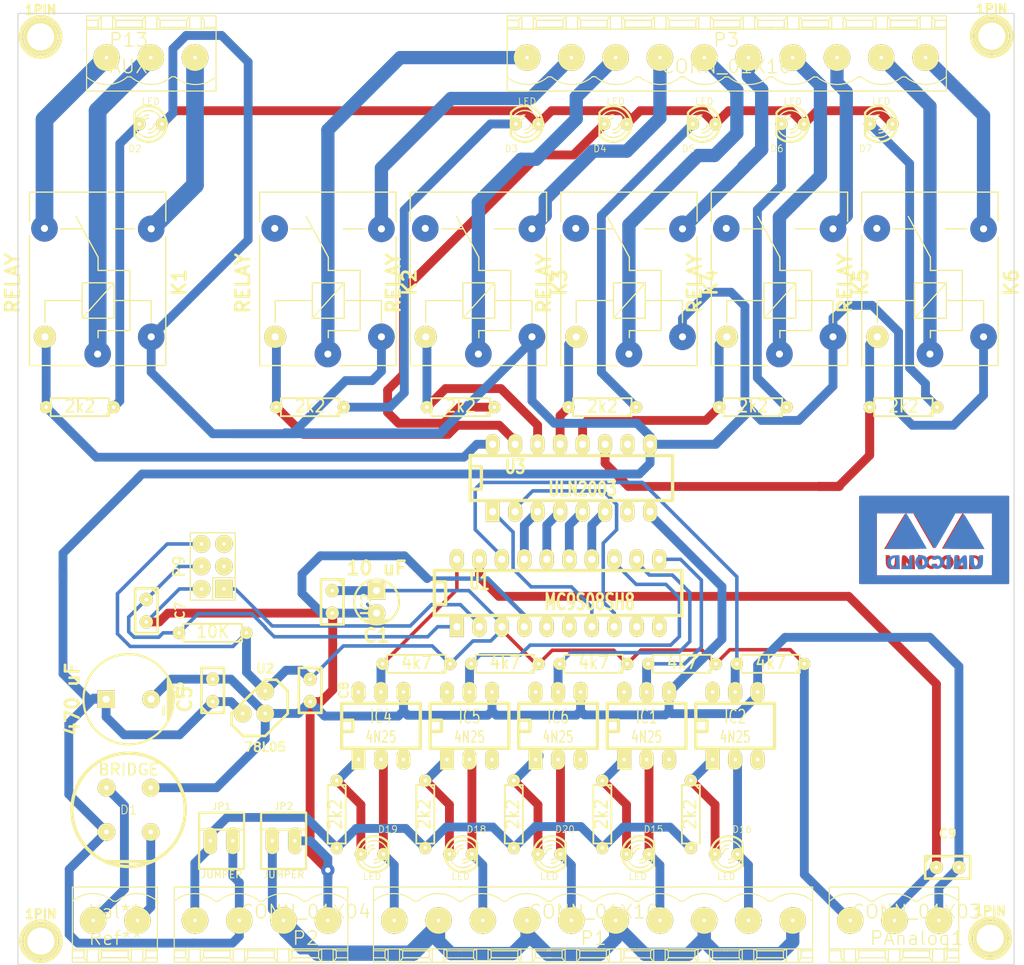
<source format=kicad_pcb>
(kicad_pcb (version 4) (host pcbnew "(2014-12-03 BZR 5311)-product")
  (layers (0 F.Cu signal) (31 B.Cu signal) (34 B.Paste user) (35 F.Paste user) (36 B.SilkS user) (37 F.SilkS user) (38 B.Mask user) (39 F.Mask user) (44 Edge.Cuts user))
  (net 0 "")
  (net 1 /vreg)
  (net 2 GND)
  (net 3 /XTAL)
  (net 4 /EXTAL)
  (net 5 /24V)
  (net 6 /RESET)
  (net 7 /ADC)
  (net 8 /OPT4)
  (net 9 /OPT5)
  (net 10 /OPT1)
  (net 11 /OPT2)
  (net 12 "Net-(D1-Pad2)")
  (net 13 "Net-(D1-Pad4)")
  (net 14 "Net-(D2-Pad2)")
  (net 15 "Net-(D3-Pad2)")
  (net 16 "Net-(D4-Pad2)")
  (net 17 "Net-(D5-Pad2)")
  (net 18 "Net-(D6-Pad2)")
  (net 19 "Net-(D7-Pad2)")
  (net 20 "Net-(D15-Pad1)")
  (net 21 "Net-(D16-Pad1)")
  (net 22 "Net-(D18-Pad1)")
  (net 23 "Net-(D19-Pad1)")
  (net 24 "Net-(D20-Pad1)")
  (net 25 /In4)
  (net 26 "Net-(IC1-Pad6)")
  (net 27 /In5)
  (net 28 "Net-(IC2-Pad6)")
  (net 29 /In1)
  (net 30 "Net-(IC4-Pad6)")
  (net 31 /In2)
  (net 32 "Net-(IC5-Pad6)")
  (net 33 /In3)
  (net 34 "Net-(IC6-Pad6)")
  (net 35 /24Sen)
  (net 36 /COMSen)
  (net 37 "Net-(K1-Pad3)")
  (net 38 "Net-(K1-Pad4)")
  (net 39 /RAUX)
  (net 40 "Net-(K1-Pad1)")
  (net 41 "Net-(K2-Pad4)")
  (net 42 /R1)
  (net 43 "Net-(K2-Pad1)")
  (net 44 "Net-(K3-Pad4)")
  (net 45 /R2)
  (net 46 "Net-(K3-Pad1)")
  (net 47 "Net-(K4-Pad4)")
  (net 48 /R3)
  (net 49 "Net-(K4-Pad1)")
  (net 50 "Net-(K5-Pad4)")
  (net 51 /R4)
  (net 52 "Net-(K5-Pad1)")
  (net 53 "Net-(K6-Pad4)")
  (net 54 /R5)
  (net 55 "Net-(K6-Pad1)")
  (net 56 /OPT3)
  (net 57 /BDM)
  (net 58 "Net-(P9-Pad3)")
  (net 59 "Net-(P9-Pad5)")
  (net 60 /Out5)
  (net 61 /OutAux)
  (net 62 /Out1)
  (net 63 /Out2)
  (net 64 /Out3)
  (net 65 /Out4)
  (net 66 "Net-(U3-Pad7)")
  (net 67 "Net-(U3-Pad10)")
  (module locales:PHOENIX_MSTBA2,54-G_10 (layer F.Cu) (at 110 42.5)
    (fp_text reference P3 (at 0 -2) (layer F.SilkS))
    (fp_text value CONN_01X10 (at 0 1) (layer F.SilkS))
    (pad 1 thru_hole circle (at -22.5 0) (size 3 3) (drill 0.4) (layers *.Cu *.Mask F.SilkS) (net 43 "Net-(K2-Pad1)"))
    (pad 2 thru_hole circle (at -17.5 0) (size 3 3) (drill 0.4) (layers *.Cu *.Mask F.SilkS) (net 41 "Net-(K2-Pad4)"))
    (pad 3 thru_hole circle (at -12.5 0) (size 3 3) (drill 0.4) (layers *.Cu *.Mask F.SilkS) (net 46 "Net-(K3-Pad1)"))
    (pad 4 thru_hole circle (at -7.5 0) (size 3 3) (drill 0.4) (layers *.Cu *.Mask F.SilkS) (net 44 "Net-(K3-Pad4)"))
    (pad 5 thru_hole circle (at -2.5 0) (size 3 3) (drill 0.4) (layers *.Cu *.Mask F.SilkS) (net 49 "Net-(K4-Pad1)"))
    (pad 6 thru_hole circle (at 2.5 0) (size 3 3) (drill 0.4) (layers *.Cu *.Mask F.SilkS) (net 47 "Net-(K4-Pad4)"))
    (pad 7 thru_hole circle (at 7.5 0) (size 3 3) (drill 0.4) (layers *.Cu *.Mask F.SilkS) (net 52 "Net-(K5-Pad1)"))
    (pad 8 thru_hole circle (at 12.5 0) (size 3 3) (drill 0.4) (layers *.Cu *.Mask F.SilkS) (net 50 "Net-(K5-Pad4)"))
    (pad 9 thru_hole circle (at 17.5 0) (size 3 3) (drill 0.4) (layers *.Cu *.Mask F.SilkS) (net 55 "Net-(K6-Pad1)"))
    (pad 10 thru_hole circle (at 22.5 0) (size 3 3) (drill 0.4) (layers *.Cu *.Mask F.SilkS) (net 53 "Net-(K6-Pad4)"))
  )
  (module LOGO (layer B.Cu) (at 134 97 180)
    (fp_text reference G*** hide)
    (fp_text value LOGO hide)
    (fp_poly (pts (xy 7.239 3.85318) (xy 0.0635 3.83286) (xy -7.112 3.81) (xy -7.13486 -0.10668) (xy -7.15772 -4.02082) (xy -7.17804 -0.0635) (xy -7.19582 3.89382) (xy 0.02032 3.8735) (xy 7.239 3.85318) (xy 7.239 3.85318)) (layer B.Cu) (width 0.00254))
    (fp_poly (pts (xy 2.6797 -2.4511) (xy 2.6416 -2.7686) (xy 2.49682 -3.04038) (xy 2.27838 -3.2258) (xy 2.27838 -2.56286) (xy 2.2479 -2.3622) (xy 2.1336 -2.20218) (xy 1.97104 -2.12598) (xy 1.79832 -2.16662) (xy 1.66116 -2.34188) (xy 1.61036 -2.58572) (xy 1.64084 -2.75844) (xy 1.75514 -2.85242) (xy 1.9431 -2.87274) (xy 2.13106 -2.81178) (xy 2.1971 -2.7559) (xy 2.27838 -2.56286) (xy 2.27838 -3.2258) (xy 2.26822 -3.23596) (xy 1.98374 -3.3274) (xy 1.6891 -3.28422) (xy 1.40462 -3.0988) (xy 1.22936 -2.80162) (xy 1.18618 -2.52984) (xy 1.24968 -2.19202) (xy 1.4224 -1.93802) (xy 1.66878 -1.77546) (xy 1.95072 -1.71958) (xy 2.23266 -1.778) (xy 2.4765 -1.96088) (xy 2.58572 -2.12344) (xy 2.6797 -2.4511) (xy 2.6797 -2.4511)) (layer B.Cu) (width 0.00254))
    (fp_poly (pts (xy -3.47218 -2.286) (xy -3.50012 -2.7305) (xy -3.59918 -3.03276) (xy -3.78206 -3.2131) (xy -4.06146 -3.29438) (xy -4.23418 -3.302) (xy -4.5085 -3.28422) (xy -4.68122 -3.21818) (xy -4.82092 -3.07848) (xy -4.92252 -2.90576) (xy -4.9784 -2.68224) (xy -4.99618 -2.35458) (xy -4.99618 -2.28346) (xy -4.99618 -1.71196) (xy -4.74218 -1.72212) (xy -4.60248 -1.73482) (xy -4.52628 -1.78562) (xy -4.4958 -1.91262) (xy -4.48818 -2.15646) (xy -4.48818 -2.25298) (xy -4.46024 -2.63652) (xy -4.37388 -2.86258) (xy -4.22656 -2.93624) (xy -4.12242 -2.91338) (xy -4.04114 -2.83464) (xy -3.99034 -2.64668) (xy -3.9624 -2.3241) (xy -3.9624 -2.2987) (xy -3.94462 -1.99898) (xy -3.91668 -1.8288) (xy -3.8608 -1.7526) (xy -3.75666 -1.72974) (xy -3.70332 -1.7272) (xy -3.5814 -1.72974) (xy -3.51028 -1.77038) (xy -3.4798 -1.8923) (xy -3.47218 -2.12598) (xy -3.47218 -2.286) (xy -3.47218 -2.286)) (layer B.Cu) (width 0.00254))
    (fp_poly (pts (xy -1.68656 -3.302) (xy -1.92278 -3.302) (xy -2.08534 -3.27152) (xy -2.23012 -3.15468) (xy -2.4003 -2.921) (xy -2.413 -2.89814) (xy -2.667 -2.49682) (xy -2.6924 -2.90068) (xy -2.71526 -3.14198) (xy -2.76352 -3.26136) (xy -2.86766 -3.29946) (xy -2.9718 -3.302) (xy -3.22326 -3.302) (xy -3.2004 -2.5273) (xy -3.18516 -2.16154) (xy -3.16484 -1.9304) (xy -3.12928 -1.8034) (xy -3.06832 -1.74498) (xy -2.9845 -1.72212) (xy -2.76606 -1.76784) (xy -2.64414 -1.87452) (xy -2.48158 -2.07264) (xy -2.3114 -2.27584) (xy -2.12344 -2.49682) (xy -2.1209 -2.09042) (xy -2.11074 -1.84404) (xy -2.07518 -1.72974) (xy -1.99136 -1.7018) (xy -1.92532 -1.70942) (xy -1.83642 -1.73228) (xy -1.778 -1.79324) (xy -1.74498 -1.92532) (xy -1.72466 -2.16408) (xy -1.71196 -2.51968) (xy -1.68656 -3.302) (xy -1.68656 -3.302)) (layer B.Cu) (width 0.00254))
    (fp_poly (pts (xy -0.84074 -3.302) (xy -1.09728 -3.302) (xy -1.35382 -3.302) (xy -1.35382 -2.49174) (xy -1.35382 -1.68148) (xy -1.12268 -1.70942) (xy -0.889 -1.73482) (xy -0.86614 -2.51968) (xy -0.84074 -3.302) (xy -0.84074 -3.302)) (layer B.Cu) (width 0.00254))
    (fp_poly (pts (xy 0.82296 -2.77368) (xy 0.8128 -2.921) (xy 0.65024 -3.11658) (xy 0.37338 -3.27152) (xy 0.05588 -3.28422) (xy -0.24892 -3.15214) (xy -0.2794 -3.13182) (xy -0.48768 -2.88036) (xy -0.56642 -2.5908) (xy -0.53086 -2.30124) (xy -0.39624 -2.03962) (xy -0.18542 -1.84658) (xy 0.0889 -1.75006) (xy 0.40894 -1.78562) (xy 0.41402 -1.78816) (xy 0.64516 -1.905) (xy 0.77216 -2.04216) (xy 0.77724 -2.16916) (xy 0.66802 -2.24536) (xy 0.48768 -2.25298) (xy 0.39624 -2.2098) (xy 0.20828 -2.1209) (xy 0.01524 -2.17424) (xy -0.0889 -2.29362) (xy -0.14478 -2.52222) (xy -0.10414 -2.74828) (xy 0.02032 -2.89814) (xy 0.04826 -2.91084) (xy 0.21082 -2.91592) (xy 0.38608 -2.84988) (xy 0.49784 -2.75082) (xy 0.508 -2.71272) (xy 0.57404 -2.67208) (xy 0.67818 -2.68478) (xy 0.82296 -2.77368) (xy 0.82296 -2.77368)) (layer B.Cu) (width 0.00254))
    (fp_poly (pts (xy 4.14782 -3.09118) (xy 4.1402 -3.2004) (xy 4.0894 -3.2639) (xy 3.95986 -3.29184) (xy 3.71348 -3.302) (xy 3.556 -3.302) (xy 2.96418 -3.302) (xy 2.96418 -2.50952) (xy 2.96418 -2.13868) (xy 2.97688 -1.90754) (xy 3.00228 -1.78308) (xy 3.05562 -1.73228) (xy 3.13944 -1.72466) (xy 3.15468 -1.72466) (xy 3.25628 -1.74498) (xy 3.3147 -1.8161) (xy 3.34772 -1.97612) (xy 3.36804 -2.26314) (xy 3.36804 -2.30632) (xy 3.39344 -2.87782) (xy 3.7719 -2.87782) (xy 4.00558 -2.88798) (xy 4.1148 -2.93116) (xy 4.14782 -3.0353) (xy 4.14782 -3.09118) (xy 4.14782 -3.09118)) (layer B.Cu) (width 0.00254))
    (fp_poly (pts (xy 5.83946 -2.37236) (xy 5.81914 -2.68478) (xy 5.64896 -3.00736) (xy 5.62356 -3.04038) (xy 5.48132 -3.19024) (xy 5.41528 -3.22326) (xy 5.41528 -2.49174) (xy 5.34924 -2.26314) (xy 5.1943 -2.09296) (xy 4.98856 -2.032) (xy 4.89204 -2.05486) (xy 4.84378 -2.14884) (xy 4.826 -2.35712) (xy 4.826 -2.48412) (xy 4.8387 -2.81432) (xy 4.8895 -2.99466) (xy 4.9911 -3.04038) (xy 5.15874 -2.96418) (xy 5.22986 -2.91592) (xy 5.37972 -2.72542) (xy 5.41528 -2.49174) (xy 5.41528 -3.22326) (xy 5.33654 -3.26644) (xy 5.12826 -3.29692) (xy 4.89966 -3.302) (xy 4.39674 -3.302) (xy 4.4196 -2.5273) (xy 4.445 -1.75514) (xy 4.74218 -1.72974) (xy 5.15874 -1.75006) (xy 5.49402 -1.8796) (xy 5.72516 -2.0955) (xy 5.83946 -2.37236) (xy 5.83946 -2.37236)) (layer B.Cu) (width 0.00254))
    (fp_poly (pts (xy -0.508 -0.96266) (xy -0.58928 -0.97536) (xy -0.81788 -0.98806) (xy -1.17348 -0.99822) (xy -1.63322 -1.00838) (xy -2.17424 -1.01346) (xy -2.77876 -1.016) (xy -2.8448 -1.016) (xy -5.17906 -1.016) (xy -5.01396 -0.74168) (xy -4.92506 -0.58928) (xy -4.76504 -0.31496) (xy -4.54914 0.05334) (xy -4.2926 0.4953) (xy -4.00812 0.98552) (xy -3.85318 1.24968) (xy -3.57124 1.73228) (xy -3.3147 2.16408) (xy -3.0988 2.52222) (xy -2.9337 2.78638) (xy -2.8321 2.93624) (xy -2.8067 2.96164) (xy -2.75336 2.89052) (xy -2.6289 2.69748) (xy -2.44856 2.40284) (xy -2.22504 2.032) (xy -1.97358 1.60528) (xy -1.70434 1.14808) (xy -1.43256 0.6858) (xy -1.17348 0.23622) (xy -0.93726 -0.17272) (xy -0.74168 -0.51816) (xy -0.5969 -0.77978) (xy -0.51816 -0.93472) (xy -0.508 -0.96266) (xy -0.508 -0.96266)) (layer B.Cu) (width 0.00254))
    (fp_poly (pts (xy 2.8067 3.048) (xy 2.53238 2.56032) (xy 2.33172 2.20726) (xy 2.1082 1.82118) (xy 1.98374 1.60782) (xy 1.83896 1.36398) (xy 1.63322 1.01092) (xy 1.39192 0.59944) (xy 1.14046 0.1651) (xy 1.07442 0.05334) (xy 0.83058 -0.36576) (xy 0.65532 -0.65532) (xy 0.5334 -0.83312) (xy 0.45212 -0.91948) (xy 0.3937 -0.92964) (xy 0.34544 -0.88138) (xy 0.31496 -0.83566) (xy 0.17018 -0.59944) (xy -0.02286 -0.26924) (xy -0.25654 0.12954) (xy -0.51562 0.57404) (xy -0.78232 1.03886) (xy -1.04902 1.50368) (xy -1.29794 1.9431) (xy -1.51638 2.33172) (xy -1.69418 2.64922) (xy -1.81356 2.8702) (xy -1.86182 2.9718) (xy -1.86182 2.97434) (xy -1.78308 2.99466) (xy -1.55448 3.0099) (xy -1.19888 3.02514) (xy -0.73914 3.03784) (xy -0.19558 3.04546) (xy 0.40894 3.048) (xy 0.47244 3.048) (xy 2.8067 3.048) (xy 2.8067 3.048)) (layer B.Cu) (width 0.00254))
    (fp_poly (pts (xy 6.01472 -1.016) (xy 3.68554 -1.016) (xy 3.07594 -1.01346) (xy 2.5273 -1.01092) (xy 2.05994 -1.00584) (xy 1.69418 -0.99822) (xy 1.45034 -0.9906) (xy 1.35382 -0.98044) (xy 1.39446 -0.90424) (xy 1.50622 -0.70358) (xy 1.67894 -0.40132) (xy 1.89484 -0.0254) (xy 2.14376 0.4064) (xy 2.41046 0.86868) (xy 2.68224 1.33604) (xy 2.94386 1.7907) (xy 3.1877 2.20472) (xy 3.39344 2.56032) (xy 3.55346 2.82702) (xy 3.64998 2.98958) (xy 3.67284 3.02514) (xy 3.7211 2.96418) (xy 3.83286 2.78384) (xy 3.99542 2.51206) (xy 4.191 2.17932) (xy 4.45262 1.72212) (xy 4.75742 1.19888) (xy 5.0546 0.68834) (xy 5.20954 0.42164) (xy 5.42798 0.04826) (xy 5.6261 -0.29972) (xy 5.78612 -0.57912) (xy 5.87248 -0.74168) (xy 6.01472 -1.016) (xy 6.01472 -1.016)) (layer B.Cu) (width 0.00254))
  )
  (module LOGO (layer F.Cu) (at 133 97)
    (fp_text reference G*** hide)
    (fp_text value LOGO hide)
    (fp_poly (pts (xy 7.239 -3.85318) (xy 0.0635 -3.83286) (xy -7.112 -3.81) (xy -7.13486 0.10668) (xy -7.15772 4.02082) (xy -7.17804 0.0635) (xy -7.19582 -3.89382) (xy 0.02032 -3.8735) (xy 7.239 -3.85318) (xy 7.239 -3.85318)) (layer F.Cu) (width 0.00254))
    (fp_poly (pts (xy 2.6797 2.4511) (xy 2.6416 2.7686) (xy 2.49682 3.04038) (xy 2.27838 3.2258) (xy 2.27838 2.56286) (xy 2.2479 2.3622) (xy 2.1336 2.20218) (xy 1.97104 2.12598) (xy 1.79832 2.16662) (xy 1.66116 2.34188) (xy 1.61036 2.58572) (xy 1.64084 2.75844) (xy 1.75514 2.85242) (xy 1.9431 2.87274) (xy 2.13106 2.81178) (xy 2.1971 2.7559) (xy 2.27838 2.56286) (xy 2.27838 3.2258) (xy 2.26822 3.23596) (xy 1.98374 3.3274) (xy 1.6891 3.28422) (xy 1.40462 3.0988) (xy 1.22936 2.80162) (xy 1.18618 2.52984) (xy 1.24968 2.19202) (xy 1.4224 1.93802) (xy 1.66878 1.77546) (xy 1.95072 1.71958) (xy 2.23266 1.778) (xy 2.4765 1.96088) (xy 2.58572 2.12344) (xy 2.6797 2.4511) (xy 2.6797 2.4511)) (layer F.Cu) (width 0.00254))
    (fp_poly (pts (xy -3.47218 2.286) (xy -3.50012 2.7305) (xy -3.59918 3.03276) (xy -3.78206 3.2131) (xy -4.06146 3.29438) (xy -4.23418 3.302) (xy -4.5085 3.28422) (xy -4.68122 3.21818) (xy -4.82092 3.07848) (xy -4.92252 2.90576) (xy -4.9784 2.68224) (xy -4.99618 2.35458) (xy -4.99618 2.28346) (xy -4.99618 1.71196) (xy -4.74218 1.72212) (xy -4.60248 1.73482) (xy -4.52628 1.78562) (xy -4.4958 1.91262) (xy -4.48818 2.15646) (xy -4.48818 2.25298) (xy -4.46024 2.63652) (xy -4.37388 2.86258) (xy -4.22656 2.93624) (xy -4.12242 2.91338) (xy -4.04114 2.83464) (xy -3.99034 2.64668) (xy -3.9624 2.3241) (xy -3.9624 2.2987) (xy -3.94462 1.99898) (xy -3.91668 1.8288) (xy -3.8608 1.7526) (xy -3.75666 1.72974) (xy -3.70332 1.7272) (xy -3.5814 1.72974) (xy -3.51028 1.77038) (xy -3.4798 1.8923) (xy -3.47218 2.12598) (xy -3.47218 2.286) (xy -3.47218 2.286)) (layer F.Cu) (width 0.00254))
    (fp_poly (pts (xy -1.68656 3.302) (xy -1.92278 3.302) (xy -2.08534 3.27152) (xy -2.23012 3.15468) (xy -2.4003 2.921) (xy -2.413 2.89814) (xy -2.667 2.49682) (xy -2.6924 2.90068) (xy -2.71526 3.14198) (xy -2.76352 3.26136) (xy -2.86766 3.29946) (xy -2.9718 3.302) (xy -3.22326 3.302) (xy -3.2004 2.5273) (xy -3.18516 2.16154) (xy -3.16484 1.9304) (xy -3.12928 1.8034) (xy -3.06832 1.74498) (xy -2.9845 1.72212) (xy -2.76606 1.76784) (xy -2.64414 1.87452) (xy -2.48158 2.07264) (xy -2.3114 2.27584) (xy -2.12344 2.49682) (xy -2.1209 2.09042) (xy -2.11074 1.84404) (xy -2.07518 1.72974) (xy -1.99136 1.7018) (xy -1.92532 1.70942) (xy -1.83642 1.73228) (xy -1.778 1.79324) (xy -1.74498 1.92532) (xy -1.72466 2.16408) (xy -1.71196 2.51968) (xy -1.68656 3.302) (xy -1.68656 3.302)) (layer F.Cu) (width 0.00254))
    (fp_poly (pts (xy -0.84074 3.302) (xy -1.09728 3.302) (xy -1.35382 3.302) (xy -1.35382 2.49174) (xy -1.35382 1.68148) (xy -1.12268 1.70942) (xy -0.889 1.73482) (xy -0.86614 2.51968) (xy -0.84074 3.302) (xy -0.84074 3.302)) (layer F.Cu) (width 0.00254))
    (fp_poly (pts (xy 0.82296 2.77368) (xy 0.8128 2.921) (xy 0.65024 3.11658) (xy 0.37338 3.27152) (xy 0.05588 3.28422) (xy -0.24892 3.15214) (xy -0.2794 3.13182) (xy -0.48768 2.88036) (xy -0.56642 2.5908) (xy -0.53086 2.30124) (xy -0.39624 2.03962) (xy -0.18542 1.84658) (xy 0.0889 1.75006) (xy 0.40894 1.78562) (xy 0.41402 1.78816) (xy 0.64516 1.905) (xy 0.77216 2.04216) (xy 0.77724 2.16916) (xy 0.66802 2.24536) (xy 0.48768 2.25298) (xy 0.39624 2.2098) (xy 0.20828 2.1209) (xy 0.01524 2.17424) (xy -0.0889 2.29362) (xy -0.14478 2.52222) (xy -0.10414 2.74828) (xy 0.02032 2.89814) (xy 0.04826 2.91084) (xy 0.21082 2.91592) (xy 0.38608 2.84988) (xy 0.49784 2.75082) (xy 0.508 2.71272) (xy 0.57404 2.67208) (xy 0.67818 2.68478) (xy 0.82296 2.77368) (xy 0.82296 2.77368)) (layer F.Cu) (width 0.00254))
    (fp_poly (pts (xy 4.14782 3.09118) (xy 4.1402 3.2004) (xy 4.0894 3.2639) (xy 3.95986 3.29184) (xy 3.71348 3.302) (xy 3.556 3.302) (xy 2.96418 3.302) (xy 2.96418 2.50952) (xy 2.96418 2.13868) (xy 2.97688 1.90754) (xy 3.00228 1.78308) (xy 3.05562 1.73228) (xy 3.13944 1.72466) (xy 3.15468 1.72466) (xy 3.25628 1.74498) (xy 3.3147 1.8161) (xy 3.34772 1.97612) (xy 3.36804 2.26314) (xy 3.36804 2.30632) (xy 3.39344 2.87782) (xy 3.7719 2.87782) (xy 4.00558 2.88798) (xy 4.1148 2.93116) (xy 4.14782 3.0353) (xy 4.14782 3.09118) (xy 4.14782 3.09118)) (layer F.Cu) (width 0.00254))
    (fp_poly (pts (xy 5.83946 2.37236) (xy 5.81914 2.68478) (xy 5.64896 3.00736) (xy 5.62356 3.04038) (xy 5.48132 3.19024) (xy 5.41528 3.22326) (xy 5.41528 2.49174) (xy 5.34924 2.26314) (xy 5.1943 2.09296) (xy 4.98856 2.032) (xy 4.89204 2.05486) (xy 4.84378 2.14884) (xy 4.826 2.35712) (xy 4.826 2.48412) (xy 4.8387 2.81432) (xy 4.8895 2.99466) (xy 4.9911 3.04038) (xy 5.15874 2.96418) (xy 5.22986 2.91592) (xy 5.37972 2.72542) (xy 5.41528 2.49174) (xy 5.41528 3.22326) (xy 5.33654 3.26644) (xy 5.12826 3.29692) (xy 4.89966 3.302) (xy 4.39674 3.302) (xy 4.4196 2.5273) (xy 4.445 1.75514) (xy 4.74218 1.72974) (xy 5.15874 1.75006) (xy 5.49402 1.8796) (xy 5.72516 2.0955) (xy 5.83946 2.37236) (xy 5.83946 2.37236)) (layer F.Cu) (width 0.00254))
    (fp_poly (pts (xy -0.508 0.96266) (xy -0.58928 0.97536) (xy -0.81788 0.98806) (xy -1.17348 0.99822) (xy -1.63322 1.00838) (xy -2.17424 1.01346) (xy -2.77876 1.016) (xy -2.8448 1.016) (xy -5.17906 1.016) (xy -5.01396 0.74168) (xy -4.92506 0.58928) (xy -4.76504 0.31496) (xy -4.54914 -0.05334) (xy -4.2926 -0.4953) (xy -4.00812 -0.98552) (xy -3.85318 -1.24968) (xy -3.57124 -1.73228) (xy -3.3147 -2.16408) (xy -3.0988 -2.52222) (xy -2.9337 -2.78638) (xy -2.8321 -2.93624) (xy -2.8067 -2.96164) (xy -2.75336 -2.89052) (xy -2.6289 -2.69748) (xy -2.44856 -2.40284) (xy -2.22504 -2.032) (xy -1.97358 -1.60528) (xy -1.70434 -1.14808) (xy -1.43256 -0.6858) (xy -1.17348 -0.23622) (xy -0.93726 0.17272) (xy -0.74168 0.51816) (xy -0.5969 0.77978) (xy -0.51816 0.93472) (xy -0.508 0.96266) (xy -0.508 0.96266)) (layer F.Cu) (width 0.00254))
    (fp_poly (pts (xy 2.8067 -3.048) (xy 2.53238 -2.56032) (xy 2.33172 -2.20726) (xy 2.1082 -1.82118) (xy 1.98374 -1.60782) (xy 1.83896 -1.36398) (xy 1.63322 -1.01092) (xy 1.39192 -0.59944) (xy 1.14046 -0.1651) (xy 1.07442 -0.05334) (xy 0.83058 0.36576) (xy 0.65532 0.65532) (xy 0.5334 0.83312) (xy 0.45212 0.91948) (xy 0.3937 0.92964) (xy 0.34544 0.88138) (xy 0.31496 0.83566) (xy 0.17018 0.59944) (xy -0.02286 0.26924) (xy -0.25654 -0.12954) (xy -0.51562 -0.57404) (xy -0.78232 -1.03886) (xy -1.04902 -1.50368) (xy -1.29794 -1.9431) (xy -1.51638 -2.33172) (xy -1.69418 -2.64922) (xy -1.81356 -2.8702) (xy -1.86182 -2.9718) (xy -1.86182 -2.97434) (xy -1.78308 -2.99466) (xy -1.55448 -3.0099) (xy -1.19888 -3.02514) (xy -0.73914 -3.03784) (xy -0.19558 -3.04546) (xy 0.40894 -3.048) (xy 0.47244 -3.048) (xy 2.8067 -3.048) (xy 2.8067 -3.048)) (layer F.Cu) (width 0.00254))
    (fp_poly (pts (xy 6.01472 1.016) (xy 3.68554 1.016) (xy 3.07594 1.01346) (xy 2.5273 1.01092) (xy 2.05994 1.00584) (xy 1.69418 0.99822) (xy 1.45034 0.9906) (xy 1.35382 0.98044) (xy 1.39446 0.90424) (xy 1.50622 0.70358) (xy 1.67894 0.40132) (xy 1.89484 0.0254) (xy 2.14376 -0.4064) (xy 2.41046 -0.86868) (xy 2.68224 -1.33604) (xy 2.94386 -1.7907) (xy 3.1877 -2.20472) (xy 3.39344 -2.56032) (xy 3.55346 -2.82702) (xy 3.64998 -2.98958) (xy 3.67284 -3.02514) (xy 3.7211 -2.96418) (xy 3.83286 -2.78384) (xy 3.99542 -2.51206) (xy 4.191 -2.17932) (xy 4.45262 -1.72212) (xy 4.75742 -1.19888) (xy 5.0546 -0.68834) (xy 5.20954 -0.42164) (xy 5.42798 -0.04826) (xy 5.6261 0.29972) (xy 5.78612 0.57912) (xy 5.87248 0.74168) (xy 6.01472 1.016) (xy 6.01472 1.016)) (layer F.Cu) (width 0.00254))
  )
  (module locales:PHOENIX_MSTBA2,54-G_3 (layer F.Cu) (at 129 140 180)
    (fp_text reference PAnalog1 (at -2.5 -2 180) (layer F.SilkS))
    (fp_text value CONN_01X03 (at -2.5 1 180) (layer F.SilkS))
    (pad 1 thru_hole circle (at -5 0 180) (size 3 3) (drill 0.4) (layers *.Cu *.Mask F.SilkS) (net 2 GND))
    (pad 2 thru_hole circle (at 0 0 180) (size 3 3) (drill 0.4) (layers *.Cu *.Mask F.SilkS) (net 7 /ADC))
    (pad 3 thru_hole circle (at 5 0 180) (size 3 3) (drill 0.4) (layers *.Cu *.Mask F.SilkS) (net 1 /vreg))
  )
  (module locales:PHOENIX_MSTBA2,54-G_10 (layer F.Cu) (at 95 140 180)
    (fp_text reference P1 (at 0 -2 180) (layer F.SilkS))
    (fp_text value CONN_01X10 (at 0 1 180) (layer F.SilkS))
    (pad 1 thru_hole circle (at -22.5 0 180) (size 3 3) (drill 0.4) (layers *.Cu *.Mask F.SilkS) (net 36 /COMSen))
    (pad 2 thru_hole circle (at -17.5 0 180) (size 3 3) (drill 0.4) (layers *.Cu *.Mask F.SilkS) (net 9 /OPT5))
    (pad 3 thru_hole circle (at -12.5 0 180) (size 3 3) (drill 0.4) (layers *.Cu *.Mask F.SilkS) (net 36 /COMSen))
    (pad 4 thru_hole circle (at -7.5 0 180) (size 3 3) (drill 0.4) (layers *.Cu *.Mask F.SilkS) (net 8 /OPT4))
    (pad 5 thru_hole circle (at -2.5 0 180) (size 3 3) (drill 0.4) (layers *.Cu *.Mask F.SilkS) (net 36 /COMSen))
    (pad 6 thru_hole circle (at 2.5 0 180) (size 3 3) (drill 0.4) (layers *.Cu *.Mask F.SilkS) (net 56 /OPT3))
    (pad 7 thru_hole circle (at 7.5 0 180) (size 3 3) (drill 0.4) (layers *.Cu *.Mask F.SilkS) (net 36 /COMSen))
    (pad 8 thru_hole circle (at 12.5 0 180) (size 3 3) (drill 0.4) (layers *.Cu *.Mask F.SilkS) (net 11 /OPT2))
    (pad 9 thru_hole circle (at 17.5 0 180) (size 3 3) (drill 0.4) (layers *.Cu *.Mask F.SilkS) (net 36 /COMSen))
    (pad 10 thru_hole circle (at 22.5 0 180) (size 3 3) (drill 0.4) (layers *.Cu *.Mask F.SilkS) (net 10 /OPT1))
  )
  (module locales:PHOENIX_MSTBA2,54-G_4 (layer F.Cu) (at 57.5 140 180)
    (fp_text reference P2 (at -5 -2 180) (layer F.SilkS))
    (fp_text value CONN_01X04 (at -5 1 180) (layer F.SilkS))
    (pad 1 thru_hole circle (at -7.5 0 180) (size 3 3) (drill 0.4) (layers *.Cu *.Mask F.SilkS) (net 2 GND))
    (pad 2 thru_hole circle (at -2.5 0 180) (size 3 3) (drill 0.4) (layers *.Cu *.Mask F.SilkS) (net 36 /COMSen))
    (pad 3 thru_hole circle (at 2.5 0 180) (size 3 3) (drill 0.4) (layers *.Cu *.Mask F.SilkS) (net 5 /24V))
    (pad 4 thru_hole circle (at 7.5 0 180) (size 3 3) (drill 0.4) (layers *.Cu *.Mask F.SilkS) (net 35 /24Sen))
  )
  (module locales:PHOENIX_MSTBA2,54-G_2 (layer F.Cu) (at 41 140 180)
    (fp_text reference Ref** (at 0 -2 180) (layer F.SilkS))
    (fp_text value Val** (at 0 1 180) (layer F.SilkS))
    (pad 1 thru_hole circle (at -2.5 0 180) (size 3 3) (drill 0.4) (layers *.Cu *.Mask F.SilkS) (net 13 "Net-(D1-Pad4)"))
    (pad 2 thru_hole circle (at 2.5 0 180) (size 3 3) (drill 0.4) (layers *.Cu *.Mask F.SilkS) (net 12 "Net-(D1-Pad2)"))
  )
  (module locales:PHOENIX_MSTBA2,54-G_3 (layer F.Cu) (at 45 42.5)
    (fp_text reference P13 (at -2.5 -2) (layer F.SilkS))
    (fp_text value AUX (at -2.5 1) (layer F.SilkS))
    (pad 1 thru_hole circle (at -5 0) (size 3 3) (drill 0.4) (layers *.Cu *.Mask F.SilkS) (net 38 "Net-(K1-Pad4)"))
    (pad 2 thru_hole circle (at 0 0) (size 3 3) (drill 0.4) (layers *.Cu *.Mask F.SilkS) (net 40 "Net-(K1-Pad1)"))
    (pad 3 thru_hole circle (at 5 0) (size 3 3) (drill 0.4) (layers *.Cu *.Mask F.SilkS) (net 37 "Net-(K1-Pad3)"))
  )
  (module Discret:R3 (layer F.Cu) (at 105 111 180)
    (fp_text reference R8 hide)
    (fp_text value 4k7 (at 0 0.127 180) (layer F.SilkS) (effects (font (size 1.397 1.27) (thickness 0.2032))))
    (pad 1 thru_hole circle (at -3.81 0 180) (size 1.397 1.397) (drill 0.4) (layers *.Cu *.Mask F.SilkS) (net 1 /vreg))
    (pad 2 thru_hole circle (at 3.81 0 180) (size 1.397 1.397) (drill 0.4) (layers *.Cu *.Mask F.SilkS) (net 31 /In2))
  )
  (module Capacitors_ThroughHole:Capacitor5x11RM2.5 (layer F.Cu) (at 70.5 104 180)
    (fp_text reference C1 (at 0 -3.81 180) (layer F.SilkS) (effects (font (thickness 0.3048))))
    (fp_text value "10 uF" (at 0 3.81 180) (layer F.SilkS) (effects (font (thickness 0.3048))))
    (pad 1 thru_hole rect (at 0 1.27 180) (size 1.99898 1.99898) (drill 0.8001) (layers *.Cu *.Mask F.SilkS) (net 1 /vreg))
    (pad 2 thru_hole circle (at 0 -1.27 180) (size 1.99898 1.99898) (drill 0.8001) (layers *.Cu *.Mask F.SilkS) (net 2 GND))
  )
  (module Capacitors_ThroughHole:Capacitor3MMDiscRM2.5 (layer F.Cu) (at 65.5 104 270)
    (fp_text reference C2 (at 0 -3.81 270) (layer F.SilkS) (effects (font (size 1.016 1.016) (thickness 0.2032))))
    (fp_text value "0,1 uF" hide)
    (pad 1 thru_hole circle (at -1.27 0 270) (size 1.50114 1.50114) (drill 0.4) (layers *.Cu *.Mask F.SilkS) (net 1 /vreg))
    (pad 2 thru_hole circle (at 1.27 0 270) (size 1.50114 1.50114) (drill 0.4) (layers *.Cu *.Mask F.SilkS) (net 2 GND))
  )
  (module Capacitors_ThroughHole:Capacitor10x16RM5 (layer F.Cu) (at 42.5 115 270)
    (fp_text reference C5 (at 0 -6.35 270) (layer F.SilkS) (effects (font (thickness 0.3048))))
    (fp_text value "470 uF" (at 0 6.35 270) (layer F.SilkS) (effects (font (thickness 0.3048))))
    (pad 1 thru_hole rect (at 0 2.54 270) (size 1.99898 1.99898) (drill 0.8001) (layers *.Cu *.Mask F.SilkS) (net 5 /24V))
    (pad 2 thru_hole circle (at 0 -2.54 270) (size 1.99898 1.99898) (drill 0.8001) (layers *.Cu *.Mask F.SilkS) (net 2 GND))
  )
  (module Capacitors_ThroughHole:Capacitor3MMDiscRM2.5 (layer F.Cu) (at 52 114 90)
    (fp_text reference C6 (at 0 -3.81 90) (layer F.SilkS) (effects (font (size 1.016 1.016) (thickness 0.2032))))
    (fp_text value "0.33 uF" hide)
    (pad 1 thru_hole circle (at -1.27 0 90) (size 1.50114 1.50114) (drill 0.4) (layers *.Cu *.Mask F.SilkS) (net 5 /24V))
    (pad 2 thru_hole circle (at 1.27 0 90) (size 1.50114 1.50114) (drill 0.4) (layers *.Cu *.Mask F.SilkS) (net 2 GND))
  )
  (module Capacitors_ThroughHole:Capacitor3MMDiscRM2.5 (layer F.Cu) (at 44.5 105 270)
    (fp_text reference C7 (at 0 -3.81 270) (layer F.SilkS) (effects (font (size 1.016 1.016) (thickness 0.2032))))
    (fp_text value "0.1 uF" hide)
    (pad 1 thru_hole circle (at -1.27 0 270) (size 1.50114 1.50114) (drill 0.4) (layers *.Cu *.Mask F.SilkS) (net 6 /RESET))
    (pad 2 thru_hole circle (at 1.27 0 270) (size 1.50114 1.50114) (drill 0.4) (layers *.Cu *.Mask F.SilkS) (net 2 GND))
  )
  (module Capacitors_ThroughHole:Capacitor3MMDiscRM2.5 (layer F.Cu) (at 63 114 270)
    (fp_text reference C8 (at 0 -3.81 270) (layer F.SilkS) (effects (font (size 1.016 1.016) (thickness 0.2032))))
    (fp_text value "0.01 uF" hide)
    (pad 1 thru_hole circle (at -1.27 0 270) (size 1.50114 1.50114) (drill 0.4) (layers *.Cu *.Mask F.SilkS) (net 1 /vreg))
    (pad 2 thru_hole circle (at 1.27 0 270) (size 1.50114 1.50114) (drill 0.4) (layers *.Cu *.Mask F.SilkS) (net 2 GND))
  )
  (module Capacitors_ThroughHole:Capacitor3MMDiscRM2.5 (layer F.Cu) (at 135 134)
    (fp_text reference C9 (at 0 -3.81) (layer F.SilkS) (effects (font (size 1.016 1.016) (thickness 0.2032))))
    (fp_text value "0,1 uF" hide)
    (pad 1 thru_hole circle (at -1.27 0) (size 1.50114 1.50114) (drill 0.4) (layers *.Cu *.Mask F.SilkS) (net 7 /ADC))
    (pad 2 thru_hole circle (at 1.27 0) (size 1.50114 1.50114) (drill 0.4) (layers *.Cu *.Mask F.SilkS) (net 2 GND))
  )
  (module Discret:PUSH_BUTT_SHAPE1 (layer F.Cu) (at 42.5 127.5)
    (fp_text reference D1 (at 0 0) (layer F.SilkS) (effects (font (size 1.00076 1.00076) (thickness 0.09906))))
    (fp_text value BRIDGE (at 0 -4.54914) (layer F.SilkS) (effects (font (size 1.27 1.27) (thickness 0.2032))))
    (pad 1 thru_hole circle (at -2.49936 -2.49936) (size 1.99898 1.99898) (drill 0.508) (layers *.Cu *.Mask F.SilkS) (net 12 "Net-(D1-Pad2)"))
    (pad 2 thru_hole circle (at 2.49936 -2.49936) (size 1.99898 1.99898) (drill 0.508) (layers *.Cu *.Mask F.SilkS) (net 2 GND))
    (pad 4 thru_hole circle (at 2.49936 2.49936) (size 1.99898 1.99898) (drill 0.508) (layers *.Cu *.Mask F.SilkS) (net 13 "Net-(D1-Pad4)"))
    (pad 3 thru_hole circle (at -2.49936 2.49936) (size 1.99898 1.99898) (drill 0.508) (layers *.Cu *.Mask F.SilkS) (net 5 /24V))
  )
  (module LEDs:LED-3MM (layer F.Cu) (at 45 50 180)
    (fp_text reference D2 (at 1.778 -2.794 180) (layer F.SilkS) (effects (font (size 0.762 0.762) (thickness 0.0889))))
    (fp_text value LED (at 0 2.54 180) (layer F.SilkS) (effects (font (size 0.762 0.762) (thickness 0.0889))))
    (pad 1 thru_hole circle (at -1.27 0 180) (size 1.397 1.397) (drill 0.4) (layers *.Cu *.Mask F.SilkS) (net 5 /24V))
    (pad 2 thru_hole circle (at 1.27 0 180) (size 1.397 1.397) (drill 0.4) (layers *.Cu *.Mask F.SilkS) (net 14 "Net-(D2-Pad2)"))
  )
  (module LEDs:LED-3MM (layer F.Cu) (at 87.5 50 180)
    (fp_text reference D3 (at 1.778 -2.794 180) (layer F.SilkS) (effects (font (size 0.762 0.762) (thickness 0.0889))))
    (fp_text value LED (at 0 2.54 180) (layer F.SilkS) (effects (font (size 0.762 0.762) (thickness 0.0889))))
    (pad 1 thru_hole circle (at -1.27 0 180) (size 1.397 1.397) (drill 0.4) (layers *.Cu *.Mask F.SilkS) (net 5 /24V))
    (pad 2 thru_hole circle (at 1.27 0 180) (size 1.397 1.397) (drill 0.4) (layers *.Cu *.Mask F.SilkS) (net 15 "Net-(D3-Pad2)"))
  )
  (module LEDs:LED-3MM (layer F.Cu) (at 97.5 50 180)
    (fp_text reference D4 (at 1.778 -2.794 180) (layer F.SilkS) (effects (font (size 0.762 0.762) (thickness 0.0889))))
    (fp_text value LED (at 0 2.54 180) (layer F.SilkS) (effects (font (size 0.762 0.762) (thickness 0.0889))))
    (pad 1 thru_hole circle (at -1.27 0 180) (size 1.397 1.397) (drill 0.4) (layers *.Cu *.Mask F.SilkS) (net 5 /24V))
    (pad 2 thru_hole circle (at 1.27 0 180) (size 1.397 1.397) (drill 0.4) (layers *.Cu *.Mask F.SilkS) (net 16 "Net-(D4-Pad2)"))
  )
  (module LEDs:LED-3MM (layer F.Cu) (at 107.5 50 180)
    (fp_text reference D5 (at 1.778 -2.794 180) (layer F.SilkS) (effects (font (size 0.762 0.762) (thickness 0.0889))))
    (fp_text value LED (at 0 2.54 180) (layer F.SilkS) (effects (font (size 0.762 0.762) (thickness 0.0889))))
    (pad 1 thru_hole circle (at -1.27 0 180) (size 1.397 1.397) (drill 0.4) (layers *.Cu *.Mask F.SilkS) (net 5 /24V))
    (pad 2 thru_hole circle (at 1.27 0 180) (size 1.397 1.397) (drill 0.4) (layers *.Cu *.Mask F.SilkS) (net 17 "Net-(D5-Pad2)"))
  )
  (module LEDs:LED-3MM (layer F.Cu) (at 117.5 50 180)
    (fp_text reference D6 (at 1.778 -2.794 180) (layer F.SilkS) (effects (font (size 0.762 0.762) (thickness 0.0889))))
    (fp_text value LED (at 0 2.54 180) (layer F.SilkS) (effects (font (size 0.762 0.762) (thickness 0.0889))))
    (pad 1 thru_hole circle (at -1.27 0 180) (size 1.397 1.397) (drill 0.4) (layers *.Cu *.Mask F.SilkS) (net 5 /24V))
    (pad 2 thru_hole circle (at 1.27 0 180) (size 1.397 1.397) (drill 0.4) (layers *.Cu *.Mask F.SilkS) (net 18 "Net-(D6-Pad2)"))
  )
  (module LEDs:LED-3MM (layer F.Cu) (at 127.5 50 180)
    (fp_text reference D7 (at 1.778 -2.794 180) (layer F.SilkS) (effects (font (size 0.762 0.762) (thickness 0.0889))))
    (fp_text value LED (at 0 2.54 180) (layer F.SilkS) (effects (font (size 0.762 0.762) (thickness 0.0889))))
    (pad 1 thru_hole circle (at -1.27 0 180) (size 1.397 1.397) (drill 0.4) (layers *.Cu *.Mask F.SilkS) (net 5 /24V))
    (pad 2 thru_hole circle (at 1.27 0 180) (size 1.397 1.397) (drill 0.4) (layers *.Cu *.Mask F.SilkS) (net 19 "Net-(D7-Pad2)"))
  )
  (module LEDs:LED-3MM (layer F.Cu) (at 100 132.5)
    (fp_text reference D15 (at 1.778 -2.794) (layer F.SilkS) (effects (font (size 0.762 0.762) (thickness 0.0889))))
    (fp_text value LED (at 0 2.54) (layer F.SilkS) (effects (font (size 0.762 0.762) (thickness 0.0889))))
    (pad 1 thru_hole circle (at -1.27 0) (size 1.397 1.397) (drill 0.4) (layers *.Cu *.Mask F.SilkS) (net 20 "Net-(D15-Pad1)"))
    (pad 2 thru_hole circle (at 1.27 0) (size 1.397 1.397) (drill 0.4) (layers *.Cu *.Mask F.SilkS) (net 8 /OPT4))
  )
  (module LEDs:LED-3MM (layer F.Cu) (at 110 132.5)
    (fp_text reference D16 (at 1.778 -2.794) (layer F.SilkS) (effects (font (size 0.762 0.762) (thickness 0.0889))))
    (fp_text value LED (at 0 2.54) (layer F.SilkS) (effects (font (size 0.762 0.762) (thickness 0.0889))))
    (pad 1 thru_hole circle (at -1.27 0) (size 1.397 1.397) (drill 0.4) (layers *.Cu *.Mask F.SilkS) (net 21 "Net-(D16-Pad1)"))
    (pad 2 thru_hole circle (at 1.27 0) (size 1.397 1.397) (drill 0.4) (layers *.Cu *.Mask F.SilkS) (net 9 /OPT5))
  )
  (module LEDs:LED-3MM (layer F.Cu) (at 80 132.5)
    (fp_text reference D18 (at 1.778 -2.794) (layer F.SilkS) (effects (font (size 0.762 0.762) (thickness 0.0889))))
    (fp_text value LED (at 0 2.54) (layer F.SilkS) (effects (font (size 0.762 0.762) (thickness 0.0889))))
    (pad 1 thru_hole circle (at -1.27 0) (size 1.397 1.397) (drill 0.4) (layers *.Cu *.Mask F.SilkS) (net 22 "Net-(D18-Pad1)"))
    (pad 2 thru_hole circle (at 1.27 0) (size 1.397 1.397) (drill 0.4) (layers *.Cu *.Mask F.SilkS) (net 11 /OPT2))
  )
  (module LEDs:LED-3MM (layer F.Cu) (at 70 132.5)
    (fp_text reference D19 (at 1.778 -2.794) (layer F.SilkS) (effects (font (size 0.762 0.762) (thickness 0.0889))))
    (fp_text value LED (at 0 2.54) (layer F.SilkS) (effects (font (size 0.762 0.762) (thickness 0.0889))))
    (pad 1 thru_hole circle (at -1.27 0) (size 1.397 1.397) (drill 0.4) (layers *.Cu *.Mask F.SilkS) (net 23 "Net-(D19-Pad1)"))
    (pad 2 thru_hole circle (at 1.27 0) (size 1.397 1.397) (drill 0.4) (layers *.Cu *.Mask F.SilkS) (net 10 /OPT1))
  )
  (module LEDs:LED-3MM (layer F.Cu) (at 90 132.5)
    (fp_text reference D20 (at 1.778 -2.794) (layer F.SilkS) (effects (font (size 0.762 0.762) (thickness 0.0889))))
    (fp_text value LED (at 0 2.54) (layer F.SilkS) (effects (font (size 0.762 0.762) (thickness 0.0889))))
    (pad 1 thru_hole circle (at -1.27 0) (size 1.397 1.397) (drill 0.4) (layers *.Cu *.Mask F.SilkS) (net 24 "Net-(D20-Pad1)"))
    (pad 2 thru_hole circle (at 1.27 0) (size 1.397 1.397) (drill 0.4) (layers *.Cu *.Mask F.SilkS) (net 56 /OPT3))
  )
  (module Sockets_DIP:DIP-6__300_ELL (layer F.Cu) (at 101 118)
    (fp_text reference IC1 (at 0 -1.016) (layer F.SilkS) (effects (font (size 1.524 1.016) (thickness 0.1524))))
    (fp_text value 4N25 (at 0 1.27) (layer F.SilkS) (effects (font (size 1.27 0.889) (thickness 0.1524))))
    (pad 1 thru_hole rect (at -2.54 3.81) (size 1.5748 2.286) (drill 0.4) (layers *.Cu *.Mask F.SilkS) (net 20 "Net-(D15-Pad1)"))
    (pad 2 thru_hole oval (at 0 3.81) (size 1.5748 2.286) (drill 0.4) (layers *.Cu *.Mask F.SilkS) (net 8 /OPT4))
    (pad 3 thru_hole oval (at 2.54 3.81) (size 1.5748 2.286) (drill 0.4) (layers *.Cu *.Mask F.SilkS))
    (pad 4 thru_hole oval (at 2.54 -3.81) (size 1.5748 2.286) (drill 0.4) (layers *.Cu *.Mask F.SilkS) (net 2 GND))
    (pad 5 thru_hole oval (at 0 -3.81) (size 1.5748 2.286) (drill 0.4) (layers *.Cu *.Mask F.SilkS) (net 31 /In2))
    (pad 6 thru_hole oval (at -2.54 -3.81) (size 1.5748 2.286) (drill 0.4) (layers *.Cu *.Mask F.SilkS) (net 26 "Net-(IC1-Pad6)"))
  )
  (module Sockets_DIP:DIP-6__300_ELL (layer F.Cu) (at 111 118)
    (fp_text reference IC2 (at 0 -1.016) (layer F.SilkS) (effects (font (size 1.524 1.016) (thickness 0.1524))))
    (fp_text value 4N25 (at 0 1.27) (layer F.SilkS) (effects (font (size 1.27 0.889) (thickness 0.1524))))
    (pad 1 thru_hole rect (at -2.54 3.81) (size 1.5748 2.286) (drill 0.4) (layers *.Cu *.Mask F.SilkS) (net 21 "Net-(D16-Pad1)"))
    (pad 2 thru_hole oval (at 0 3.81) (size 1.5748 2.286) (drill 0.4) (layers *.Cu *.Mask F.SilkS) (net 9 /OPT5))
    (pad 3 thru_hole oval (at 2.54 3.81) (size 1.5748 2.286) (drill 0.4) (layers *.Cu *.Mask F.SilkS))
    (pad 4 thru_hole oval (at 2.54 -3.81) (size 1.5748 2.286) (drill 0.4) (layers *.Cu *.Mask F.SilkS) (net 2 GND))
    (pad 5 thru_hole oval (at 0 -3.81) (size 1.5748 2.286) (drill 0.4) (layers *.Cu *.Mask F.SilkS) (net 27 /In5))
    (pad 6 thru_hole oval (at -2.54 -3.81) (size 1.5748 2.286) (drill 0.4) (layers *.Cu *.Mask F.SilkS) (net 28 "Net-(IC2-Pad6)"))
  )
  (module Sockets_DIP:DIP-6__300_ELL (layer F.Cu) (at 71 118)
    (fp_text reference IC4 (at 0 -1.016) (layer F.SilkS) (effects (font (size 1.524 1.016) (thickness 0.1524))))
    (fp_text value 4N25 (at 0 1.27) (layer F.SilkS) (effects (font (size 1.27 0.889) (thickness 0.1524))))
    (pad 1 thru_hole rect (at -2.54 3.81) (size 1.5748 2.286) (drill 0.4) (layers *.Cu *.Mask F.SilkS) (net 23 "Net-(D19-Pad1)"))
    (pad 2 thru_hole oval (at 0 3.81) (size 1.5748 2.286) (drill 0.4) (layers *.Cu *.Mask F.SilkS) (net 10 /OPT1))
    (pad 3 thru_hole oval (at 2.54 3.81) (size 1.5748 2.286) (drill 0.4) (layers *.Cu *.Mask F.SilkS))
    (pad 4 thru_hole oval (at 2.54 -3.81) (size 1.5748 2.286) (drill 0.4) (layers *.Cu *.Mask F.SilkS) (net 2 GND))
    (pad 5 thru_hole oval (at 0 -3.81) (size 1.5748 2.286) (drill 0.4) (layers *.Cu *.Mask F.SilkS) (net 29 /In1))
    (pad 6 thru_hole oval (at -2.54 -3.81) (size 1.5748 2.286) (drill 0.4) (layers *.Cu *.Mask F.SilkS) (net 30 "Net-(IC4-Pad6)"))
  )
  (module Sockets_DIP:DIP-6__300_ELL (layer F.Cu) (at 81 118)
    (fp_text reference IC5 (at 0 -1.016) (layer F.SilkS) (effects (font (size 1.524 1.016) (thickness 0.1524))))
    (fp_text value 4N25 (at 0 1.27) (layer F.SilkS) (effects (font (size 1.27 0.889) (thickness 0.1524))))
    (pad 1 thru_hole rect (at -2.54 3.81) (size 1.5748 2.286) (drill 0.4) (layers *.Cu *.Mask F.SilkS) (net 22 "Net-(D18-Pad1)"))
    (pad 2 thru_hole oval (at 0 3.81) (size 1.5748 2.286) (drill 0.4) (layers *.Cu *.Mask F.SilkS) (net 11 /OPT2))
    (pad 3 thru_hole oval (at 2.54 3.81) (size 1.5748 2.286) (drill 0.4) (layers *.Cu *.Mask F.SilkS))
    (pad 4 thru_hole oval (at 2.54 -3.81) (size 1.5748 2.286) (drill 0.4) (layers *.Cu *.Mask F.SilkS) (net 2 GND))
    (pad 5 thru_hole oval (at 0 -3.81) (size 1.5748 2.286) (drill 0.4) (layers *.Cu *.Mask F.SilkS) (net 25 /In4))
    (pad 6 thru_hole oval (at -2.54 -3.81) (size 1.5748 2.286) (drill 0.4) (layers *.Cu *.Mask F.SilkS) (net 32 "Net-(IC5-Pad6)"))
  )
  (module Sockets_DIP:DIP-6__300_ELL (layer F.Cu) (at 91 118)
    (fp_text reference IC6 (at 0 -1.016) (layer F.SilkS) (effects (font (size 1.524 1.016) (thickness 0.1524))))
    (fp_text value 4N25 (at 0 1.27) (layer F.SilkS) (effects (font (size 1.27 0.889) (thickness 0.1524))))
    (pad 1 thru_hole rect (at -2.54 3.81) (size 1.5748 2.286) (drill 0.4) (layers *.Cu *.Mask F.SilkS) (net 24 "Net-(D20-Pad1)"))
    (pad 2 thru_hole oval (at 0 3.81) (size 1.5748 2.286) (drill 0.4) (layers *.Cu *.Mask F.SilkS) (net 56 /OPT3))
    (pad 3 thru_hole oval (at 2.54 3.81) (size 1.5748 2.286) (drill 0.4) (layers *.Cu *.Mask F.SilkS))
    (pad 4 thru_hole oval (at 2.54 -3.81) (size 1.5748 2.286) (drill 0.4) (layers *.Cu *.Mask F.SilkS) (net 2 GND))
    (pad 5 thru_hole oval (at 0 -3.81) (size 1.5748 2.286) (drill 0.4) (layers *.Cu *.Mask F.SilkS) (net 33 /In3))
    (pad 6 thru_hole oval (at -2.54 -3.81) (size 1.5748 2.286) (drill 0.4) (layers *.Cu *.Mask F.SilkS) (net 34 "Net-(IC6-Pad6)"))
  )
  (module Connect:PINHEAD1-2 (layer F.Cu) (at 53 131)
    (fp_text reference JP1 (at 0 -3.9) (layer F.SilkS) (effects (font (size 0.8 0.8) (thickness 0.12))))
    (fp_text value JUMPER (at 0 3.81) (layer F.SilkS) (effects (font (size 0.8 0.8) (thickness 0.12))))
    (pad 1 thru_hole oval (at -1.27 0) (size 1.50622 3.01498) (drill 0.4) (layers *.Cu *.Mask F.SilkS) (net 35 /24Sen))
    (pad 2 thru_hole oval (at 1.27 0) (size 1.50622 3.01498) (drill 0.4) (layers *.Cu *.Mask F.SilkS) (net 5 /24V))
  )
  (module Connect:PINHEAD1-2 (layer F.Cu) (at 60 131)
    (fp_text reference JP2 (at 0 -3.9) (layer F.SilkS) (effects (font (size 0.8 0.8) (thickness 0.12))))
    (fp_text value JUMPER (at 0 3.81) (layer F.SilkS) (effects (font (size 0.8 0.8) (thickness 0.12))))
    (pad 1 thru_hole oval (at -1.27 0) (size 1.50622 3.01498) (drill 0.4) (layers *.Cu *.Mask F.SilkS) (net 36 /COMSen))
    (pad 2 thru_hole oval (at 1.27 0) (size 1.50622 3.01498) (drill 0.4) (layers *.Cu *.Mask F.SilkS) (net 2 GND))
  )
  (module Relays_ThroughHole:Relay_SANYOU_SRD_Series_Form_C (layer F.Cu) (at 39 76 90)
    (fp_text reference K1 (at 8.1 9.2 90) (layer F.SilkS) (effects (font (thickness 0.3048))))
    (fp_text value RELAY (at 8 -9.6 90) (layer F.SilkS) (effects (font (thickness 0.3048))))
    (pad 2 thru_hole circle (at 1.95 6.05 180) (size 3 3) (drill 0.8) (layers *.Cu *.Mask) (net 5 /24V))
    (pad 3 thru_hole circle (at 14.15 6.05 180) (size 3 3) (drill 0.8) (layers *.Cu *.Mask) (net 37 "Net-(K1-Pad3)"))
    (pad 4 thru_hole circle (at 14.2 -6 180) (size 3 3) (drill 0.8) (layers *.Cu *.Mask) (net 38 "Net-(K1-Pad4)"))
    (pad 5 thru_hole circle (at 1.95 -5.95 180) (size 2.5 2.5) (drill 0.8) (layers *.Cu *.Mask F.SilkS) (net 39 /RAUX))
    (pad 1 thru_hole circle (at 0 0 180) (size 3 3) (drill 0.8) (layers *.Cu *.Mask) (net 40 "Net-(K1-Pad1)"))
  )
  (module Relays_ThroughHole:Relay_SANYOU_SRD_Series_Form_C (layer F.Cu) (at 65 76 90)
    (fp_text reference K2 (at 8.1 9.2 90) (layer F.SilkS) (effects (font (thickness 0.3048))))
    (fp_text value RELAY (at 8 -9.6 90) (layer F.SilkS) (effects (font (thickness 0.3048))))
    (pad 2 thru_hole circle (at 1.95 6.05 180) (size 3 3) (drill 0.8) (layers *.Cu *.Mask) (net 5 /24V))
    (pad 3 thru_hole circle (at 14.15 6.05 180) (size 3 3) (drill 0.8) (layers *.Cu *.Mask) (net 41 "Net-(K2-Pad4)"))
    (pad 4 thru_hole circle (at 14.2 -6 180) (size 3 3) (drill 0.8) (layers *.Cu *.Mask))
    (pad 5 thru_hole circle (at 1.95 -5.95 180) (size 2.5 2.5) (drill 0.8) (layers *.Cu *.Mask F.SilkS) (net 42 /R1))
    (pad 1 thru_hole circle (at 0 0 180) (size 3 3) (drill 0.8) (layers *.Cu *.Mask) (net 43 "Net-(K2-Pad1)"))
  )
  (module Relays_ThroughHole:Relay_SANYOU_SRD_Series_Form_C (layer F.Cu) (at 82 76 90)
    (fp_text reference K3 (at 8.1 9.2 90) (layer F.SilkS) (effects (font (thickness 0.3048))))
    (fp_text value RELAY (at 8 -9.6 90) (layer F.SilkS) (effects (font (thickness 0.3048))))
    (pad 2 thru_hole circle (at 1.95 6.05 180) (size 3 3) (drill 0.8) (layers *.Cu *.Mask) (net 5 /24V))
    (pad 3 thru_hole circle (at 14.15 6.05 180) (size 3 3) (drill 0.8) (layers *.Cu *.Mask) (net 44 "Net-(K3-Pad4)"))
    (pad 4 thru_hole circle (at 14.2 -6 180) (size 3 3) (drill 0.8) (layers *.Cu *.Mask))
    (pad 5 thru_hole circle (at 1.95 -5.95 180) (size 2.5 2.5) (drill 0.8) (layers *.Cu *.Mask F.SilkS) (net 45 /R2))
    (pad 1 thru_hole circle (at 0 0 180) (size 3 3) (drill 0.8) (layers *.Cu *.Mask) (net 46 "Net-(K3-Pad1)"))
  )
  (module Relays_ThroughHole:Relay_SANYOU_SRD_Series_Form_C (layer F.Cu) (at 99 76 90)
    (fp_text reference K4 (at 8.1 9.2 90) (layer F.SilkS) (effects (font (thickness 0.3048))))
    (fp_text value RELAY (at 8 -9.6 90) (layer F.SilkS) (effects (font (thickness 0.3048))))
    (pad 2 thru_hole circle (at 1.95 6.05 180) (size 3 3) (drill 0.8) (layers *.Cu *.Mask) (net 5 /24V))
    (pad 3 thru_hole circle (at 14.15 6.05 180) (size 3 3) (drill 0.8) (layers *.Cu *.Mask) (net 47 "Net-(K4-Pad4)"))
    (pad 4 thru_hole circle (at 14.2 -6 180) (size 3 3) (drill 0.8) (layers *.Cu *.Mask))
    (pad 5 thru_hole circle (at 1.95 -5.95 180) (size 2.5 2.5) (drill 0.8) (layers *.Cu *.Mask F.SilkS) (net 48 /R3))
    (pad 1 thru_hole circle (at 0 0 180) (size 3 3) (drill 0.8) (layers *.Cu *.Mask) (net 49 "Net-(K4-Pad1)"))
  )
  (module Relays_ThroughHole:Relay_SANYOU_SRD_Series_Form_C (layer F.Cu) (at 116 76 90)
    (fp_text reference K5 (at 8.1 9.2 90) (layer F.SilkS) (effects (font (thickness 0.3048))))
    (fp_text value RELAY (at 8 -9.6 90) (layer F.SilkS) (effects (font (thickness 0.3048))))
    (pad 2 thru_hole circle (at 1.95 6.05 180) (size 3 3) (drill 0.8) (layers *.Cu *.Mask) (net 5 /24V))
    (pad 3 thru_hole circle (at 14.15 6.05 180) (size 3 3) (drill 0.8) (layers *.Cu *.Mask) (net 50 "Net-(K5-Pad4)"))
    (pad 4 thru_hole circle (at 14.2 -6 180) (size 3 3) (drill 0.8) (layers *.Cu *.Mask))
    (pad 5 thru_hole circle (at 1.95 -5.95 180) (size 2.5 2.5) (drill 0.8) (layers *.Cu *.Mask F.SilkS) (net 51 /R4))
    (pad 1 thru_hole circle (at 0 0 180) (size 3 3) (drill 0.8) (layers *.Cu *.Mask) (net 52 "Net-(K5-Pad1)"))
  )
  (module Relays_ThroughHole:Relay_SANYOU_SRD_Series_Form_C (layer F.Cu) (at 133 76 90)
    (fp_text reference K6 (at 8.1 9.2 90) (layer F.SilkS) (effects (font (thickness 0.3048))))
    (fp_text value RELAY (at 8 -9.6 90) (layer F.SilkS) (effects (font (thickness 0.3048))))
    (pad 2 thru_hole circle (at 1.95 6.05 180) (size 3 3) (drill 0.8) (layers *.Cu *.Mask) (net 5 /24V))
    (pad 3 thru_hole circle (at 14.15 6.05 180) (size 3 3) (drill 0.8) (layers *.Cu *.Mask) (net 53 "Net-(K6-Pad4)"))
    (pad 4 thru_hole circle (at 14.2 -6 180) (size 3 3) (drill 0.8) (layers *.Cu *.Mask))
    (pad 5 thru_hole circle (at 1.95 -5.95 180) (size 2.5 2.5) (drill 0.8) (layers *.Cu *.Mask F.SilkS) (net 54 /R5))
    (pad 1 thru_hole circle (at 0 0 180) (size 3 3) (drill 0.8) (layers *.Cu *.Mask) (net 55 "Net-(K6-Pad1)"))
  )
  (module Pin_Headers:Pin_Header_Straight_2x03 (layer F.Cu) (at 52 100 90)
    (fp_text reference P9 (at 0 -3.81 90) (layer F.SilkS) (effects (font (size 1.27 1.27) (thickness 0.2032))))
    (fp_text value BDM hide)
    (pad 1 thru_hole rect (at -2.54 1.27 90) (size 2 2) (drill 0.4) (layers *.Cu *.Mask F.SilkS) (net 57 /BDM))
    (pad 2 thru_hole oval (at -2.54 -1.27 90) (size 2 2) (drill 0.4) (layers *.Cu *.Mask F.SilkS) (net 2 GND))
    (pad 3 thru_hole oval (at 0 1.27 90) (size 2 2) (drill 0.4) (layers *.Cu *.Mask F.SilkS) (net 58 "Net-(P9-Pad3)"))
    (pad 4 thru_hole oval (at 0 -1.27 90) (size 2 2) (drill 0.4) (layers *.Cu *.Mask F.SilkS) (net 6 /RESET))
    (pad 5 thru_hole oval (at 2.54 1.27 90) (size 2 2) (drill 0.4) (layers *.Cu *.Mask F.SilkS) (net 59 "Net-(P9-Pad5)"))
    (pad 6 thru_hole oval (at 2.54 -1.27 90) (size 2 2) (drill 0.4) (layers *.Cu *.Mask F.SilkS) (net 1 /vreg))
  )
  (module Discret:R3 (layer F.Cu) (at 96 128 270)
    (fp_text reference R1 hide)
    (fp_text value 2k2 (at 0 0.127 270) (layer F.SilkS) (effects (font (size 1.397 1.27) (thickness 0.2032))))
    (pad 1 thru_hole circle (at -3.81 0 270) (size 1.397 1.397) (drill 0.4) (layers *.Cu *.Mask F.SilkS) (net 20 "Net-(D15-Pad1)"))
    (pad 2 thru_hole circle (at 3.81 0 270) (size 1.397 1.397) (drill 0.4) (layers *.Cu *.Mask F.SilkS) (net 35 /24Sen))
  )
  (module Discret:R3 (layer F.Cu) (at 106 128 270)
    (fp_text reference R2 hide)
    (fp_text value 2k2 (at 0 0.127 270) (layer F.SilkS) (effects (font (size 1.397 1.27) (thickness 0.2032))))
    (pad 1 thru_hole circle (at -3.81 0 270) (size 1.397 1.397) (drill 0.4) (layers *.Cu *.Mask F.SilkS) (net 21 "Net-(D16-Pad1)"))
    (pad 2 thru_hole circle (at 3.81 0 270) (size 1.397 1.397) (drill 0.4) (layers *.Cu *.Mask F.SilkS) (net 35 /24Sen))
  )
  (module Discret:R3 (layer F.Cu) (at 66 128 270)
    (fp_text reference R4 hide)
    (fp_text value 2k2 (at 0 0.127 270) (layer F.SilkS) (effects (font (size 1.397 1.27) (thickness 0.2032))))
    (pad 1 thru_hole circle (at -3.81 0 270) (size 1.397 1.397) (drill 0.4) (layers *.Cu *.Mask F.SilkS) (net 23 "Net-(D19-Pad1)"))
    (pad 2 thru_hole circle (at 3.81 0 270) (size 1.397 1.397) (drill 0.4) (layers *.Cu *.Mask F.SilkS) (net 35 /24Sen))
  )
  (module Discret:R3 (layer F.Cu) (at 76 128 270)
    (fp_text reference R5 hide)
    (fp_text value 2k2 (at 0 0.127 270) (layer F.SilkS) (effects (font (size 1.397 1.27) (thickness 0.2032))))
    (pad 1 thru_hole circle (at -3.81 0 270) (size 1.397 1.397) (drill 0.4) (layers *.Cu *.Mask F.SilkS) (net 22 "Net-(D18-Pad1)"))
    (pad 2 thru_hole circle (at 3.81 0 270) (size 1.397 1.397) (drill 0.4) (layers *.Cu *.Mask F.SilkS) (net 35 /24Sen))
  )
  (module Discret:R3 (layer F.Cu) (at 86 128 270)
    (fp_text reference R6 hide)
    (fp_text value 2k2 (at 0 0.127 270) (layer F.SilkS) (effects (font (size 1.397 1.27) (thickness 0.2032))))
    (pad 1 thru_hole circle (at -3.81 0 270) (size 1.397 1.397) (drill 0.4) (layers *.Cu *.Mask F.SilkS) (net 24 "Net-(D20-Pad1)"))
    (pad 2 thru_hole circle (at 3.81 0 270) (size 1.397 1.397) (drill 0.4) (layers *.Cu *.Mask F.SilkS) (net 35 /24Sen))
  )
  (module Discret:R3 (layer F.Cu) (at 115 111 180)
    (fp_text reference R8 hide)
    (fp_text value 4k7 (at 0 0.127 180) (layer F.SilkS) (effects (font (size 1.397 1.27) (thickness 0.2032))))
    (pad 1 thru_hole circle (at -3.81 0 180) (size 1.397 1.397) (drill 0.4) (layers *.Cu *.Mask F.SilkS) (net 1 /vreg))
    (pad 2 thru_hole circle (at 3.81 0 180) (size 1.397 1.397) (drill 0.4) (layers *.Cu *.Mask F.SilkS) (net 27 /In5))
  )
  (module Discret:R3 (layer F.Cu) (at 75 111 180)
    (fp_text reference R10 hide)
    (fp_text value 4k7 (at 0 0.127 180) (layer F.SilkS) (effects (font (size 1.397 1.27) (thickness 0.2032))))
    (pad 1 thru_hole circle (at -3.81 0 180) (size 1.397 1.397) (drill 0.4) (layers *.Cu *.Mask F.SilkS) (net 1 /vreg))
    (pad 2 thru_hole circle (at 3.81 0 180) (size 1.397 1.397) (drill 0.4) (layers *.Cu *.Mask F.SilkS) (net 29 /In1))
  )
  (module Discret:R3 (layer F.Cu) (at 85 111 180)
    (fp_text reference R11 hide)
    (fp_text value 4k7 (at 0 0.127 180) (layer F.SilkS) (effects (font (size 1.397 1.27) (thickness 0.2032))))
    (pad 1 thru_hole circle (at -3.81 0 180) (size 1.397 1.397) (drill 0.4) (layers *.Cu *.Mask F.SilkS) (net 1 /vreg))
    (pad 2 thru_hole circle (at 3.81 0 180) (size 1.397 1.397) (drill 0.4) (layers *.Cu *.Mask F.SilkS) (net 25 /In4))
  )
  (module Discret:R3 (layer F.Cu) (at 95 111 180)
    (fp_text reference R12 hide)
    (fp_text value 4k7 (at 0 0.127 180) (layer F.SilkS) (effects (font (size 1.397 1.27) (thickness 0.2032))))
    (pad 1 thru_hole circle (at -3.81 0 180) (size 1.397 1.397) (drill 0.4) (layers *.Cu *.Mask F.SilkS) (net 1 /vreg))
    (pad 2 thru_hole circle (at 3.81 0 180) (size 1.397 1.397) (drill 0.4) (layers *.Cu *.Mask F.SilkS) (net 33 /In3))
  )
  (module Discret:R3 (layer F.Cu) (at 52 107.5 180)
    (fp_text reference R13 hide)
    (fp_text value 10K (at 0 0.127 180) (layer F.SilkS) (effects (font (size 1.397 1.27) (thickness 0.2032))))
    (pad 1 thru_hole circle (at -3.81 0 180) (size 1.397 1.397) (drill 0.4) (layers *.Cu *.Mask F.SilkS) (net 1 /vreg))
    (pad 2 thru_hole circle (at 3.81 0 180) (size 1.397 1.397) (drill 0.4) (layers *.Cu *.Mask F.SilkS) (net 6 /RESET))
  )
  (module Discret:R3 (layer F.Cu) (at 37 82 180)
    (fp_text reference R14 hide)
    (fp_text value 2k2 (at 0 0.127 180) (layer F.SilkS) (effects (font (size 1.397 1.27) (thickness 0.2032))))
    (pad 1 thru_hole circle (at -3.81 0 180) (size 1.397 1.397) (drill 0.4) (layers *.Cu *.Mask F.SilkS) (net 14 "Net-(D2-Pad2)"))
    (pad 2 thru_hole circle (at 3.81 0 180) (size 1.397 1.397) (drill 0.4) (layers *.Cu *.Mask F.SilkS) (net 39 /RAUX))
  )
  (module Discret:R3 (layer F.Cu) (at 63 82 180)
    (fp_text reference R15 hide)
    (fp_text value 2k2 (at 0 0.127 180) (layer F.SilkS) (effects (font (size 1.397 1.27) (thickness 0.2032))))
    (pad 1 thru_hole circle (at -3.81 0 180) (size 1.397 1.397) (drill 0.4) (layers *.Cu *.Mask F.SilkS) (net 15 "Net-(D3-Pad2)"))
    (pad 2 thru_hole circle (at 3.81 0 180) (size 1.397 1.397) (drill 0.4) (layers *.Cu *.Mask F.SilkS) (net 42 /R1))
  )
  (module Discret:R3 (layer F.Cu) (at 80 82 180)
    (fp_text reference R16 hide)
    (fp_text value 2k2 (at 0 0.127 180) (layer F.SilkS) (effects (font (size 1.397 1.27) (thickness 0.2032))))
    (pad 1 thru_hole circle (at -3.81 0 180) (size 1.397 1.397) (drill 0.4) (layers *.Cu *.Mask F.SilkS) (net 16 "Net-(D4-Pad2)"))
    (pad 2 thru_hole circle (at 3.81 0 180) (size 1.397 1.397) (drill 0.4) (layers *.Cu *.Mask F.SilkS) (net 45 /R2))
  )
  (module Discret:R3 (layer F.Cu) (at 96 82 180)
    (fp_text reference R17 hide)
    (fp_text value 2k2 (at 0 0.127 180) (layer F.SilkS) (effects (font (size 1.397 1.27) (thickness 0.2032))))
    (pad 1 thru_hole circle (at -3.81 0 180) (size 1.397 1.397) (drill 0.4) (layers *.Cu *.Mask F.SilkS) (net 17 "Net-(D5-Pad2)"))
    (pad 2 thru_hole circle (at 3.81 0 180) (size 1.397 1.397) (drill 0.4) (layers *.Cu *.Mask F.SilkS) (net 48 /R3))
  )
  (module Discret:R3 (layer F.Cu) (at 113 82 180)
    (fp_text reference R18 hide)
    (fp_text value 2k2 (at 0 0.127 180) (layer F.SilkS) (effects (font (size 1.397 1.27) (thickness 0.2032))))
    (pad 1 thru_hole circle (at -3.81 0 180) (size 1.397 1.397) (drill 0.4) (layers *.Cu *.Mask F.SilkS) (net 18 "Net-(D6-Pad2)"))
    (pad 2 thru_hole circle (at 3.81 0 180) (size 1.397 1.397) (drill 0.4) (layers *.Cu *.Mask F.SilkS) (net 51 /R4))
  )
  (module Discret:R3 (layer F.Cu) (at 130 82 180)
    (fp_text reference R19 hide)
    (fp_text value 2k2 (at 0 0.127 180) (layer F.SilkS) (effects (font (size 1.397 1.27) (thickness 0.2032))))
    (pad 1 thru_hole circle (at -3.81 0 180) (size 1.397 1.397) (drill 0.4) (layers *.Cu *.Mask F.SilkS) (net 19 "Net-(D7-Pad2)"))
    (pad 2 thru_hole circle (at 3.81 0 180) (size 1.397 1.397) (drill 0.4) (layers *.Cu *.Mask F.SilkS) (net 54 /R5))
  )
  (module Sockets_DIP:DIP-20__300_ELL (layer F.Cu) (at 91 103)
    (fp_text reference U1 (at -8.89 -1.27) (layer F.SilkS) (effects (font (size 1.778 1.143) (thickness 0.3048))))
    (fp_text value MC9S08SH8 (at 3.556 1.016) (layer F.SilkS) (effects (font (size 1.778 1.143) (thickness 0.3048))))
    (pad 1 thru_hole rect (at -11.43 3.81) (size 1.5748 2.286) (drill 0.8128) (layers *.Cu *.Mask F.SilkS) (net 6 /RESET))
    (pad 2 thru_hole oval (at -8.89 3.81) (size 1.5748 2.286) (drill 0.8128) (layers *.Cu *.Mask F.SilkS) (net 57 /BDM))
    (pad 3 thru_hole oval (at -6.35 3.81) (size 1.5748 2.286) (drill 0.8128) (layers *.Cu *.Mask F.SilkS) (net 1 /vreg))
    (pad 4 thru_hole oval (at -3.81 3.81) (size 1.5748 2.286) (drill 0.8128) (layers *.Cu *.Mask F.SilkS) (net 2 GND))
    (pad 5 thru_hole oval (at -1.27 3.81) (size 1.5748 2.286) (drill 0.8128) (layers *.Cu *.Mask F.SilkS) (net 4 /EXTAL))
    (pad 6 thru_hole oval (at 1.27 3.81) (size 1.5748 2.286) (drill 0.8128) (layers *.Cu *.Mask F.SilkS) (net 3 /XTAL))
    (pad 7 thru_hole oval (at 3.81 3.81) (size 1.5748 2.286) (drill 0.8128) (layers *.Cu *.Mask F.SilkS) (net 61 /OutAux))
    (pad 8 thru_hole oval (at 6.35 3.81) (size 1.5748 2.286) (drill 0.8128) (layers *.Cu *.Mask F.SilkS) (net 60 /Out5))
    (pad 9 thru_hole oval (at 8.89 3.81) (size 1.5748 2.286) (drill 0.8128) (layers *.Cu *.Mask F.SilkS))
    (pad 10 thru_hole oval (at 11.43 3.81) (size 1.5748 2.286) (drill 0.8128) (layers *.Cu *.Mask F.SilkS))
    (pad 11 thru_hole oval (at 11.43 -3.81) (size 1.5748 2.286) (drill 0.8128) (layers *.Cu *.Mask F.SilkS) (net 31 /In2))
    (pad 12 thru_hole oval (at 8.89 -3.81) (size 1.5748 2.286) (drill 0.8128) (layers *.Cu *.Mask F.SilkS) (net 33 /In3))
    (pad 13 thru_hole oval (at 6.35 -3.81) (size 1.5748 2.286) (drill 0.8128) (layers *.Cu *.Mask F.SilkS) (net 25 /In4))
    (pad 14 thru_hole oval (at 3.81 -3.81) (size 1.5748 2.286) (drill 0.8128) (layers *.Cu *.Mask F.SilkS) (net 62 /Out1))
    (pad 15 thru_hole oval (at 1.27 -3.81) (size 1.5748 2.286) (drill 0.8128) (layers *.Cu *.Mask F.SilkS) (net 63 /Out2))
    (pad 16 thru_hole oval (at -1.27 -3.81) (size 1.5748 2.286) (drill 0.8128) (layers *.Cu *.Mask F.SilkS) (net 64 /Out3))
    (pad 17 thru_hole oval (at -3.81 -3.81) (size 1.5748 2.286) (drill 0.8128) (layers *.Cu *.Mask F.SilkS) (net 65 /Out4))
    (pad 18 thru_hole oval (at -6.35 -3.81) (size 1.5748 2.286) (drill 0.8128) (layers *.Cu *.Mask F.SilkS) (net 27 /In5))
    (pad 19 thru_hole oval (at -8.89 -3.81) (size 1.5748 2.286) (drill 0.8128) (layers *.Cu *.Mask F.SilkS) (net 7 /ADC))
    (pad 20 thru_hole oval (at -11.43 -3.81) (size 1.5748 2.286) (drill 0.8128) (layers *.Cu *.Mask F.SilkS) (net 29 /In1))
  )
  (module Discret:TO92-123 (layer F.Cu) (at 56.66 115.34 180)
    (fp_text reference U2 (at -1.27 3.81 180) (layer F.SilkS) (effects (font (size 1.016 1.016) (thickness 0.2032))))
    (fp_text value 78L05 (at -1.27 -5.08 180) (layer F.SilkS) (effects (font (size 1.016 1.016) (thickness 0.2032))))
    (pad 3 thru_hole circle (at 1.27 -1.27 180) (size 2 2) (drill 0.4) (layers *.Cu *.Mask F.SilkS) (net 5 /24V))
    (pad 2 thru_hole circle (at -1.27 -1.27 180) (size 2 2) (drill 0.4) (layers *.Cu *.Mask F.SilkS) (net 2 GND))
    (pad 1 thru_hole circle (at -1.27 1.27 180) (size 2 2) (drill 0.4) (layers *.Cu *.Mask F.SilkS) (net 1 /vreg))
  )
  (module Sockets_DIP:DIP-16__300_ELL (layer F.Cu) (at 92.5 90)
    (fp_text reference U3 (at -6.35 -1.27) (layer F.SilkS) (effects (font (size 1.524 1.143) (thickness 0.3048))))
    (fp_text value ULN2003 (at 1.27 1.27) (layer F.SilkS) (effects (font (size 1.524 1.143) (thickness 0.3048))))
    (pad 1 thru_hole rect (at -8.89 3.81) (size 1.5748 2.286) (drill 0.8128) (layers *.Cu *.Mask F.SilkS) (net 61 /OutAux))
    (pad 2 thru_hole oval (at -6.35 3.81) (size 1.5748 2.286) (drill 0.8128) (layers *.Cu *.Mask F.SilkS) (net 60 /Out5))
    (pad 3 thru_hole oval (at -3.81 3.81) (size 1.5748 2.286) (drill 0.8128) (layers *.Cu *.Mask F.SilkS) (net 65 /Out4))
    (pad 4 thru_hole oval (at -1.27 3.81) (size 1.5748 2.286) (drill 0.8128) (layers *.Cu *.Mask F.SilkS) (net 64 /Out3))
    (pad 5 thru_hole oval (at 1.27 3.81) (size 1.5748 2.286) (drill 0.8128) (layers *.Cu *.Mask F.SilkS) (net 63 /Out2))
    (pad 6 thru_hole oval (at 3.81 3.81) (size 1.5748 2.286) (drill 0.8128) (layers *.Cu *.Mask F.SilkS) (net 62 /Out1))
    (pad 7 thru_hole oval (at 6.35 3.81) (size 1.5748 2.286) (drill 0.8128) (layers *.Cu *.Mask F.SilkS) (net 66 "Net-(U3-Pad7)"))
    (pad 8 thru_hole oval (at 8.89 3.81) (size 1.5748 2.286) (drill 0.8128) (layers *.Cu *.Mask F.SilkS) (net 2 GND))
    (pad 9 thru_hole oval (at 8.89 -3.81) (size 1.5748 2.286) (drill 0.8128) (layers *.Cu *.Mask F.SilkS) (net 5 /24V))
    (pad 10 thru_hole oval (at 6.35 -3.81) (size 1.5748 2.286) (drill 0.8128) (layers *.Cu *.Mask F.SilkS) (net 67 "Net-(U3-Pad10)"))
    (pad 11 thru_hole oval (at 3.81 -3.81) (size 1.5748 2.286) (drill 0.8128) (layers *.Cu *.Mask F.SilkS) (net 54 /R5))
    (pad 12 thru_hole oval (at 1.27 -3.81) (size 1.5748 2.286) (drill 0.8128) (layers *.Cu *.Mask F.SilkS) (net 51 /R4))
    (pad 13 thru_hole oval (at -1.27 -3.81) (size 1.5748 2.286) (drill 0.8128) (layers *.Cu *.Mask F.SilkS) (net 48 /R3))
    (pad 14 thru_hole oval (at -3.81 -3.81) (size 1.5748 2.286) (drill 0.8128) (layers *.Cu *.Mask F.SilkS) (net 45 /R2))
    (pad 15 thru_hole oval (at -6.35 -3.81) (size 1.5748 2.286) (drill 0.8128) (layers *.Cu *.Mask F.SilkS) (net 42 /R1))
    (pad 16 thru_hole oval (at -8.89 -3.81) (size 1.5748 2.286) (drill 0.8128) (layers *.Cu *.Mask F.SilkS) (net 39 /RAUX))
  )
  (module Connect:1pin (layer F.Cu) (at 139.8 142.01)
    (fp_text reference 1PIN (at 0 -3.048) (layer F.SilkS) (effects (font (size 1.016 1.016) (thickness 0.254))))
    (fp_text value P*** hide)
    (pad 1 thru_hole circle (at 0 0) (size 4.064 4.064) (drill 3.048) (layers *.Cu *.Mask F.SilkS))
  )
  (module Connect:1pin (layer F.Cu) (at 32.59 142.34)
    (fp_text reference 1PIN (at 0 -3.048) (layer F.SilkS) (effects (font (size 1.016 1.016) (thickness 0.254))))
    (fp_text value P*** hide)
    (pad 1 thru_hole circle (at 0 0) (size 4.064 4.064) (drill 3.048) (layers *.Cu *.Mask F.SilkS))
  )
  (module Connect:1pin (layer F.Cu) (at 32.56 40.16)
    (fp_text reference 1PIN (at 0 -3.048) (layer F.SilkS) (effects (font (size 1.016 1.016) (thickness 0.254))))
    (fp_text value P*** hide)
    (pad 1 thru_hole circle (at 0 0) (size 4.064 4.064) (drill 3.048) (layers *.Cu *.Mask F.SilkS))
  )
  (module Connect:1pin (layer F.Cu) (at 139.98 40.08)
    (fp_text reference 1PIN (at 0 -3.048) (layer F.SilkS) (effects (font (size 1.016 1.016) (thickness 0.254))))
    (fp_text value P*** hide)
    (pad 1 thru_hole circle (at 0 0) (size 4.064 4.064) (drill 3.048) (layers *.Cu *.Mask F.SilkS))
  )
  (gr_line (start 142.5 37.5) (end 142.5 145) (angle 90) (layer Edge.Cuts) (width 0.1))
  (gr_line (start 30 37.5) (end 142.5 37.5) (angle 90) (layer Edge.Cuts) (width 0.1))
  (gr_line (start 30 145) (end 30 37.5) (angle 90) (layer Edge.Cuts) (width 0.1))
  (gr_line (start 30 145) (end 142.5 145) (angle 90) (layer Edge.Cuts) (width 0.1))
  (segment (start 60.27 111.73) (end 62 111.73) (width 1) (layer B.Cu) (net 1))
  (segment (start 62 111.73) (end 63 112.73) (width 1) (layer B.Cu) (net 1))
  (segment (start 57.93 114.07) (end 60.27 111.73) (width 1) (layer B.Cu) (net 1))
  (segment (start 55.81 107.5) (end 55.81 111.95) (width 1) (layer B.Cu) (net 1))
  (segment (start 55.81 111.95) (end 57.93 114.07) (width 1) (layer B.Cu) (net 1))
  (segment (start 83.39961 108.41599) (end 84.65 107.1656) (width 0.4) (layer B.Cu) (net 1))
  (segment (start 81.39401 108.41599) (end 83.39961 108.41599) (width 0.4) (layer B.Cu) (net 1))
  (segment (start 78.81 111) (end 81.39401 108.41599) (width 0.4) (layer B.Cu) (net 1))
  (segment (start 65.5 102.73) (end 70.5 102.73) (width 1) (layer B.Cu) (net 1))
  (segment (start 124 140) (end 118.81 134.81) (width 1) (layer B.Cu) (net 1))
  (segment (start 118.81 134.81) (end 118.81 111) (width 1) (layer B.Cu) (net 1))
  (segment (start 97.28 109.47) (end 90.34 109.47) (width 0.4) (layer F.Cu) (net 1))
  (segment (start 90.34 109.47) (end 88.81 111) (width 0.4) (layer F.Cu) (net 1))
  (segment (start 98.81 111) (end 97.28 109.47) (width 0.4) (layer F.Cu) (net 1))
  (segment (start 117.22 109.41) (end 110.4 109.41) (width 0.4) (layer F.Cu) (net 1))
  (segment (start 110.4 109.41) (end 108.81 111) (width 0.4) (layer F.Cu) (net 1))
  (segment (start 118.81 111) (end 117.22 109.41) (width 0.4) (layer F.Cu) (net 1))
  (segment (start 98.81 111) (end 100.36 109.45) (width 0.4) (layer F.Cu) (net 1))
  (segment (start 100.36 109.45) (end 107.26 109.45) (width 0.4) (layer F.Cu) (net 1))
  (segment (start 107.26 109.45) (end 108.81 111) (width 0.4) (layer F.Cu) (net 1))
  (segment (start 84.65 106.81) (end 84.65 107.1656) (width 0.4) (layer F.Cu) (net 1))
  (segment (start 84.65 107.1656) (end 88.4844 111) (width 0.4) (layer F.Cu) (net 1))
  (segment (start 88.4844 111) (end 88.81 111) (width 0.4) (layer F.Cu) (net 1))
  (segment (start 42.68 109.04) (end 54.27 109.04) (width 0.4) (layer B.Cu) (net 1))
  (segment (start 54.27 109.04) (end 55.81 107.5) (width 0.4) (layer B.Cu) (net 1))
  (segment (start 41.24 107.6) (end 42.68 109.04) (width 0.4) (layer B.Cu) (net 1))
  (segment (start 41.24 103.07) (end 41.24 107.6) (width 0.4) (layer B.Cu) (net 1))
  (segment (start 46.85 97.46) (end 41.24 103.07) (width 0.4) (layer B.Cu) (net 1))
  (segment (start 50.73 97.46) (end 46.85 97.46) (width 0.4) (layer B.Cu) (net 1))
  (segment (start 76.790475 108.980475) (end 78.111501 110.301501) (width 0.4) (layer B.Cu) (net 1))
  (segment (start 63 112.73) (end 66.749525 108.980475) (width 0.4) (layer B.Cu) (net 1))
  (segment (start 66.749525 108.980475) (end 76.790475 108.980475) (width 0.4) (layer B.Cu) (net 1))
  (segment (start 78.111501 110.301501) (end 78.81 111) (width 0.4) (layer B.Cu) (net 1))
  (segment (start 71.89949 102.73) (end 70.5 102.73) (width 0.4) (layer B.Cu) (net 1))
  (segment (start 80.9256 102.73) (end 71.89949 102.73) (width 0.4) (layer B.Cu) (net 1))
  (segment (start 84.65 106.81) (end 84.65 106.4544) (width 0.4) (layer B.Cu) (net 1))
  (segment (start 84.65 106.4544) (end 80.9256 102.73) (width 0.4) (layer B.Cu) (net 1))
  (segment (start 65.5 105.27) (end 64.31 105.27) (width 1) (layer B.Cu) (net 2))
  (segment (start 73.65 98.8) (end 76.22 101.37) (width 1) (layer B.Cu) (net 2))
  (segment (start 64.14 98.8) (end 73.65 98.8) (width 1) (layer B.Cu) (net 2))
  (segment (start 62.08 100.86) (end 64.14 98.8) (width 1) (layer B.Cu) (net 2))
  (segment (start 62.08 103.04) (end 62.08 100.86) (width 1) (layer B.Cu) (net 2))
  (segment (start 64.31 105.27) (end 62.08 103.04) (width 1) (layer B.Cu) (net 2))
  (segment (start 45.04 115) (end 47.31 112.73) (width 1) (layer B.Cu) (net 2))
  (segment (start 47.31 112.73) (end 47.77 112.73) (width 1) (layer B.Cu) (net 2))
  (segment (start 47.77 112.73) (end 52 112.73) (width 1) (layer B.Cu) (net 2))
  (segment (start 52 112.73) (end 54.05 112.73) (width 1) (layer B.Cu) (net 2))
  (segment (start 54.05 112.73) (end 57.93 116.61) (width 1) (layer B.Cu) (net 2))
  (segment (start 65.5 105.27) (end 70.5 105.27) (width 1) (layer B.Cu) (net 2))
  (segment (start 72.973 116.9) (end 64.63 116.9) (width 1) (layer B.Cu) (net 2))
  (segment (start 64.63 116.9) (end 63 115.27) (width 1) (layer B.Cu) (net 2))
  (segment (start 73.54 116.333) (end 72.973 116.9) (width 1) (layer B.Cu) (net 2))
  (segment (start 83.063 116.81) (end 74.017 116.81) (width 1) (layer B.Cu) (net 2))
  (segment (start 83.54 116.333) (end 83.063 116.81) (width 1) (layer B.Cu) (net 2))
  (segment (start 74.017 116.81) (end 73.54 116.333) (width 1) (layer B.Cu) (net 2))
  (segment (start 73.54 116.333) (end 73.54 114.19) (width 1) (layer B.Cu) (net 2))
  (segment (start 93.073 116.8) (end 84.007 116.8) (width 1) (layer B.Cu) (net 2))
  (segment (start 93.54 116.333) (end 93.073 116.8) (width 1) (layer B.Cu) (net 2))
  (segment (start 84.007 116.8) (end 83.54 116.333) (width 1) (layer B.Cu) (net 2))
  (segment (start 83.54 116.01) (end 83.54 114.19) (width 1) (layer B.Cu) (net 2))
  (segment (start 83.54 116.333) (end 83.54 116.01) (width 1) (layer B.Cu) (net 2))
  (segment (start 103.54 116.333) (end 103.103 116.77) (width 1) (layer B.Cu) (net 2))
  (segment (start 103.103 116.77) (end 93.977 116.77) (width 1) (layer B.Cu) (net 2))
  (segment (start 93.977 116.77) (end 93.54 116.333) (width 1) (layer B.Cu) (net 2))
  (segment (start 93.54 116.333) (end 93.54 114.19) (width 1) (layer B.Cu) (net 2))
  (segment (start 113.54 114.19) (end 113.54 114.5456) (width 1) (layer B.Cu) (net 2))
  (segment (start 113.54 114.5456) (end 111.4556 116.63) (width 1) (layer B.Cu) (net 2))
  (segment (start 111.4556 116.63) (end 103.837 116.63) (width 1) (layer B.Cu) (net 2))
  (segment (start 103.837 116.63) (end 103.54 116.333) (width 1) (layer B.Cu) (net 2))
  (segment (start 103.54 116.333) (end 103.54 114.19) (width 1) (layer B.Cu) (net 2))
  (segment (start 134 140) (end 134 136.27) (width 1) (layer B.Cu) (net 2))
  (segment (start 134 136.27) (end 136.27 134) (width 1) (layer B.Cu) (net 2))
  (segment (start 52.41936 125.00064) (end 57.93 119.49) (width 1) (layer B.Cu) (net 2))
  (segment (start 57.93 119.49) (end 57.93 116.61) (width 1) (layer B.Cu) (net 2))
  (segment (start 44.99936 125.00064) (end 52.41936 125.00064) (width 1) (layer B.Cu) (net 2))
  (segment (start 61.66 116.61) (end 63 115.27) (width 0.4) (layer B.Cu) (net 2))
  (segment (start 69.500511 104.270511) (end 70.5 105.27) (width 0.4) (layer B.Cu) (net 2))
  (segment (start 44.5 106.27) (end 48.23 102.54) (width 0.4) (layer B.Cu) (net 2))
  (segment (start 48.23 102.54) (end 50.73 102.54) (width 0.4) (layer B.Cu) (net 2))
  (segment (start 87.19 106.81) (end 87.19 106.4544) (width 0.4) (layer B.Cu) (net 2))
  (segment (start 113.54 111.11) (end 116.64 108.01) (width 1) (layer B.Cu) (net 2))
  (segment (start 116.64 108.01) (end 132.99 108.01) (width 1) (layer B.Cu) (net 2))
  (segment (start 132.99 108.01) (end 136.27 111.29) (width 1) (layer B.Cu) (net 2))
  (segment (start 136.27 111.29) (end 136.27 134) (width 1) (layer B.Cu) (net 2))
  (segment (start 113.54 114.19) (end 113.54 111.11) (width 1) (layer B.Cu) (net 2))
  (segment (start 61.27 131) (end 61.54 131) (width 1) (layer B.Cu) (net 2))
  (segment (start 61.27 131) (end 61.27 131.75438) (width 1) (layer B.Cu) (net 2))
  (segment (start 65 138.585787) (end 65 140) (width 1) (layer B.Cu) (net 2))
  (segment (start 63.02311 131) (end 65 132.97689) (width 1) (layer B.Cu) (net 2))
  (segment (start 61.27 131) (end 63.02311 131) (width 1) (layer B.Cu) (net 2))
  (via (at 65 134.311571) (size 1.5) (drill 0.6) (layers F.Cu B.Cu) (net 2))
  (segment (start 65 135.109857) (end 65 134.311571) (width 1) (layer B.Cu) (net 2))
  (segment (start 65 132.97689) (end 65 135.109857) (width 1) (layer B.Cu) (net 2))
  (segment (start 65 135.109857) (end 65 138.585787) (width 1) (layer B.Cu) (net 2))
  (segment (start 65 134.311571) (end 63 132.311571) (width 1) (layer F.Cu) (net 2))
  (segment (start 63 132.311571) (end 63 115.27) (width 1) (layer F.Cu) (net 2))
  (segment (start 101.39 94.1656) (end 101.39 93.81) (width 1) (layer B.Cu) (net 2))
  (segment (start 109.507201 102.282801) (end 101.39 94.1656) (width 1) (layer B.Cu) (net 2))
  (segment (start 109.507201 108.222799) (end 109.507201 102.282801) (width 1) (layer B.Cu) (net 2))
  (segment (start 103.54 114.19) (end 109.507201 108.222799) (width 1) (layer B.Cu) (net 2))
  (segment (start 65.55 105.32) (end 65.5 105.27) (width 1) (layer F.Cu) (net 2))
  (segment (start 64.22 115.27) (end 65.55 113.94) (width 1) (layer F.Cu) (net 2))
  (segment (start 65.55 113.94) (end 65.55 105.32) (width 1) (layer F.Cu) (net 2))
  (segment (start 63 115.27) (end 64.22 115.27) (width 1) (layer F.Cu) (net 2))
  (segment (start 46.95 105.27) (end 65.5 105.27) (width 1) (layer F.Cu) (net 2))
  (segment (start 45.95 106.27) (end 46.95 105.27) (width 1) (layer F.Cu) (net 2))
  (segment (start 44.5 106.27) (end 45.95 106.27) (width 1) (layer F.Cu) (net 2))
  (segment (start 61.66 116.61) (end 63 115.27) (width 1) (layer B.Cu) (net 2))
  (segment (start 57.93 116.61) (end 61.66 116.61) (width 1) (layer B.Cu) (net 2))
  (segment (start 87.19 105.51) (end 83.05 101.37) (width 0.5) (layer B.Cu) (net 2))
  (segment (start 87.19 106.81) (end 87.19 105.51) (width 0.5) (layer B.Cu) (net 2))
  (segment (start 83.05 101.37) (end 76.22 101.37) (width 0.5) (layer B.Cu) (net 2))
  (segment (start 83.37 116.163) (end 83.37 116.01) (width 0.5) (layer B.Cu) (net 2))
  (segment (start 83.37 116.01) (end 83.54 116.01) (width 0.5) (layer B.Cu) (net 2))
  (segment (start 83.54 116.333) (end 83.37 116.163) (width 0.5) (layer B.Cu) (net 2))
  (segment (start 83.54 114.19) (end 83.54 116.333) (width 0.5) (layer B.Cu) (net 2))
  (segment (start 89.73 106.4544) (end 89.73 106.81) (width 0.4) (layer B.Cu) (net 4))
  (segment (start 139.05 74.05) (end 139.05 80.64) (width 1) (layer B.Cu) (net 5))
  (segment (start 122.05 71.92868) (end 122.05 74.05) (width 1) (layer B.Cu) (net 5))
  (segment (start 139.05 80.64) (end 135.65 84.04) (width 1) (layer B.Cu) (net 5))
  (segment (start 135.65 84.04) (end 131 84.04) (width 1) (layer B.Cu) (net 5))
  (segment (start 131 84.04) (end 129.45 82.49) (width 1) (layer B.Cu) (net 5))
  (segment (start 129.45 82.49) (end 129.45 73.484078) (width 1) (layer B.Cu) (net 5))
  (segment (start 129.45 73.484078) (end 126.465922 70.5) (width 1) (layer B.Cu) (net 5))
  (segment (start 126.465922 70.5) (end 123.65 70.5) (width 1) (layer B.Cu) (net 5))
  (segment (start 123.65 70.5) (end 122.34 71.81) (width 1) (layer B.Cu) (net 5))
  (segment (start 122.34 71.81) (end 122.16868 71.81) (width 1) (layer B.Cu) (net 5))
  (segment (start 122.16868 71.81) (end 122.05 71.92868) (width 1) (layer B.Cu) (net 5))
  (segment (start 55 140) (end 55 135.7) (width 1) (layer B.Cu) (net 5))
  (segment (start 55 135.7) (end 54.27 134.97) (width 1) (layer B.Cu) (net 5))
  (segment (start 49.78 142.56) (end 54.22 142.56) (width 1) (layer B.Cu) (net 5))
  (segment (start 55 141.78) (end 55 140) (width 1) (layer B.Cu) (net 5))
  (segment (start 54.22 142.56) (end 55 141.78) (width 1) (layer B.Cu) (net 5))
  (segment (start 46.27 50) (end 47.5 48.77) (width 1) (layer B.Cu) (net 5))
  (segment (start 47.5 41.5) (end 49 40) (width 1) (layer B.Cu) (net 5))
  (segment (start 47.5 48.77) (end 47.5 41.5) (width 1) (layer B.Cu) (net 5))
  (segment (start 101.39 86.19) (end 108.83 86.19) (width 1) (layer B.Cu) (net 5))
  (segment (start 108.83 86.19) (end 112.735 82.285) (width 1) (layer B.Cu) (net 5))
  (segment (start 105.05 74.05) (end 105.05 71.98) (width 1) (layer B.Cu) (net 5))
  (segment (start 105.05 71.98) (end 108.02 69.01) (width 1) (layer B.Cu) (net 5))
  (segment (start 101.39 86.19) (end 101.39 85.3) (width 1) (layer B.Cu) (net 5))
  (segment (start 101.39 85.3) (end 99.91 83.82) (width 1) (layer B.Cu) (net 5))
  (segment (start 88.05 81.29) (end 88.05 74.05) (width 1) (layer B.Cu) (net 5))
  (segment (start 90.58 83.82) (end 88.05 81.29) (width 1) (layer B.Cu) (net 5))
  (segment (start 99.91 83.82) (end 90.58 83.82) (width 1) (layer B.Cu) (net 5))
  (segment (start 54.27 131) (end 54.27 131.75438) (width 1) (layer B.Cu) (net 5))
  (segment (start 52 115.27) (end 54.05 115.27) (width 1) (layer B.Cu) (net 5))
  (segment (start 54.05 115.27) (end 55.39 116.61) (width 1) (layer B.Cu) (net 5))
  (segment (start 41.98051 119.02) (end 48.25 119.02) (width 1) (layer B.Cu) (net 5))
  (segment (start 48.25 119.02) (end 52 115.27) (width 1) (layer B.Cu) (net 5))
  (segment (start 39.96 115) (end 39.96 116.99949) (width 1) (layer B.Cu) (net 5))
  (segment (start 39.96 116.99949) (end 41.98051 119.02) (width 1) (layer B.Cu) (net 5))
  (segment (start 38.58 114.87) (end 39.83 114.87) (width 1) (layer B.Cu) (net 5))
  (segment (start 39.83 114.87) (end 39.96 115) (width 1) (layer B.Cu) (net 5))
  (segment (start 35.74128 117.70872) (end 38.58 114.87) (width 1) (layer B.Cu) (net 5))
  (segment (start 35.74128 125.74) (end 35.74128 117.70872) (width 1) (layer B.Cu) (net 5))
  (segment (start 40.00064 129.99936) (end 35.74128 125.74) (width 1) (layer B.Cu) (net 5))
  (segment (start 88.77 50) (end 87.271499 48.501499) (width 1) (layer F.Cu) (net 5))
  (segment (start 87.271499 48.501499) (end 47.768501 48.501499) (width 1) (layer F.Cu) (net 5))
  (segment (start 47.768501 48.501499) (end 46.968499 49.301501) (width 1) (layer F.Cu) (net 5))
  (segment (start 46.968499 49.301501) (end 46.27 50) (width 1) (layer F.Cu) (net 5))
  (segment (start 98.77 50) (end 98.77 49.012172) (width 1) (layer F.Cu) (net 5))
  (segment (start 98.77 49.012172) (end 98.259327 48.501499) (width 1) (layer F.Cu) (net 5))
  (segment (start 98.259327 48.501499) (end 90.268501 48.501499) (width 1) (layer F.Cu) (net 5))
  (segment (start 90.268501 48.501499) (end 89.468499 49.301501) (width 1) (layer F.Cu) (net 5))
  (segment (start 89.468499 49.301501) (end 88.77 50) (width 1) (layer F.Cu) (net 5))
  (segment (start 107.425652 48.501499) (end 100.268501 48.501499) (width 1) (layer F.Cu) (net 5))
  (segment (start 108.77 50) (end 107.425652 48.655652) (width 1) (layer F.Cu) (net 5))
  (segment (start 107.425652 48.655652) (end 107.425652 48.501499) (width 1) (layer F.Cu) (net 5))
  (segment (start 100.268501 48.501499) (end 99.468499 49.301501) (width 1) (layer F.Cu) (net 5))
  (segment (start 99.468499 49.301501) (end 98.77 50) (width 1) (layer F.Cu) (net 5))
  (segment (start 118.77 50) (end 117.271499 48.501499) (width 1) (layer F.Cu) (net 5))
  (segment (start 110.268501 48.501499) (end 109.468499 49.301501) (width 1) (layer F.Cu) (net 5))
  (segment (start 109.468499 49.301501) (end 108.77 50) (width 1) (layer F.Cu) (net 5))
  (segment (start 117.271499 48.501499) (end 110.268501 48.501499) (width 1) (layer F.Cu) (net 5))
  (segment (start 128.77 50) (end 127.271499 48.501499) (width 1) (layer F.Cu) (net 5))
  (segment (start 120.268501 48.501499) (end 119.468499 49.301501) (width 1) (layer F.Cu) (net 5))
  (segment (start 127.271499 48.501499) (end 120.268501 48.501499) (width 1) (layer F.Cu) (net 5))
  (segment (start 119.468499 49.301501) (end 118.77 50) (width 1) (layer F.Cu) (net 5))
  (segment (start 113.948501 83.498501) (end 112.735 82.285) (width 1) (layer B.Cu) (net 5))
  (segment (start 122.05 74.05) (end 122.05 79.63) (width 1) (layer B.Cu) (net 5))
  (segment (start 118.181499 83.498501) (end 113.948501 83.498501) (width 1) (layer B.Cu) (net 5))
  (segment (start 122.05 79.63) (end 118.181499 83.498501) (width 1) (layer B.Cu) (net 5))
  (segment (start 112.735 82.285) (end 112.661998 82.211998) (width 1) (layer B.Cu) (net 5))
  (segment (start 112.661998 82.211998) (end 112.100001 81.650001) (width 1) (layer B.Cu) (net 5))
  (segment (start 112.100001 81.650001) (end 112.100001 70.580001) (width 1) (layer B.Cu) (net 5))
  (segment (start 112.100001 70.580001) (end 110.53 69.01) (width 1) (layer B.Cu) (net 5))
  (segment (start 110.53 69.01) (end 108.02 69.01) (width 1) (layer B.Cu) (net 5))
  (segment (start 101.39 86.19) (end 108.683996 86.19) (width 1) (layer B.Cu) (net 5))
  (segment (start 108.683996 86.19) (end 112.661998 82.211998) (width 1) (layer B.Cu) (net 5))
  (segment (start 54.41 85) (end 77.68 85) (width 1) (layer B.Cu) (net 5))
  (segment (start 78.14 84.54) (end 78.14 84.46) (width 1) (layer B.Cu) (net 5))
  (segment (start 77.68 85) (end 78.14 84.54) (width 1) (layer B.Cu) (net 5))
  (segment (start 88.05 74.05) (end 88.05 74.55) (width 1) (layer B.Cu) (net 5))
  (segment (start 88.05 74.55) (end 78.14 84.46) (width 1) (layer B.Cu) (net 5))
  (segment (start 78.14 84.46) (end 77.7 84.9) (width 1) (layer B.Cu) (net 5))
  (segment (start 60.19 84.9) (end 60.19 85) (width 1) (layer B.Cu) (net 5))
  (segment (start 77.7 84.9) (end 60.19 84.9) (width 1) (layer B.Cu) (net 5))
  (segment (start 70 79) (end 71.05 77.95) (width 1) (layer B.Cu) (net 5))
  (segment (start 71.05 77.95) (end 71.05 74.05) (width 1) (layer B.Cu) (net 5))
  (segment (start 67 79) (end 70 79) (width 1) (layer B.Cu) (net 5))
  (segment (start 61 85) (end 67 79) (width 1) (layer B.Cu) (net 5))
  (segment (start 52 85) (end 54.41 85) (width 1) (layer B.Cu) (net 5))
  (segment (start 54.41 85) (end 60.19 85) (width 1) (layer B.Cu) (net 5))
  (segment (start 60.19 85) (end 61 85) (width 1) (layer B.Cu) (net 5))
  (segment (start 45.05 78.05) (end 52 85) (width 1) (layer B.Cu) (net 5))
  (segment (start 45.05 74.05) (end 45.05 78.05) (width 1) (layer B.Cu) (net 5))
  (segment (start 56 43) (end 56 63.1) (width 1) (layer B.Cu) (net 5))
  (segment (start 49 40) (end 53 40) (width 1) (layer B.Cu) (net 5))
  (segment (start 53 40) (end 56 43) (width 1) (layer B.Cu) (net 5))
  (segment (start 56 63.1) (end 45.05 74.05) (width 1) (layer B.Cu) (net 5))
  (segment (start 37.96051 115) (end 35.09 112.12949) (width 1) (layer B.Cu) (net 5))
  (segment (start 39.96 115) (end 37.96051 115) (width 1) (layer B.Cu) (net 5))
  (segment (start 35.09 112.12949) (end 35.09 101.203612) (width 1) (layer B.Cu) (net 5))
  (segment (start 35.09 101.203612) (end 35.09 100.66) (width 1) (layer B.Cu) (net 5))
  (segment (start 101.39 88.333) (end 101.39 86.19) (width 1) (layer B.Cu) (net 5))
  (segment (start 100.173 89.55) (end 101.39 88.333) (width 1) (layer B.Cu) (net 5))
  (segment (start 44.02 89.55) (end 100.173 89.55) (width 1) (layer B.Cu) (net 5))
  (segment (start 43.56 90.03) (end 43.56 90.01) (width 1) (layer B.Cu) (net 5))
  (segment (start 35.09 98.5) (end 43.56 90.03) (width 1) (layer B.Cu) (net 5))
  (segment (start 43.56 90.01) (end 44.02 89.55) (width 1) (layer B.Cu) (net 5))
  (segment (start 35.09 101.203612) (end 35.09 98.5) (width 1) (layer B.Cu) (net 5))
  (segment (start 49.78 142.56) (end 36.76 142.56) (width 1) (layer B.Cu) (net 5))
  (segment (start 36.76 142.56) (end 35.79 141.59) (width 1) (layer B.Cu) (net 5))
  (segment (start 35.79 134.21) (end 40.00064 129.99936) (width 1) (layer B.Cu) (net 5))
  (segment (start 35.79 141.59) (end 35.79 134.21) (width 1) (layer B.Cu) (net 5))
  (segment (start 54.27 134.97) (end 54.27 131) (width 1) (layer B.Cu) (net 5))
  (segment (start 58.95 107.94) (end 76.274288 107.94) (width 0.4) (layer B.Cu) (net 6))
  (segment (start 76.274288 107.94) (end 77.404288 106.81) (width 0.4) (layer B.Cu) (net 6))
  (segment (start 77.404288 106.81) (end 79.57 106.81) (width 0.4) (layer B.Cu) (net 6))
  (segment (start 48.19 107.5) (end 50.35401 105.33599) (width 0.4) (layer B.Cu) (net 6))
  (segment (start 50.35401 105.33599) (end 56.404682 105.33599) (width 0.4) (layer B.Cu) (net 6))
  (segment (start 56.404682 105.33599) (end 57.934723 106.866031) (width 0.4) (layer B.Cu) (net 6))
  (segment (start 57.934723 106.866031) (end 57.934723 106.924723) (width 0.4) (layer B.Cu) (net 6))
  (segment (start 57.934723 106.924723) (end 58.95 107.94) (width 0.4) (layer B.Cu) (net 6))
  (segment (start 42.51 107.38) (end 42.51 105.72) (width 0.4) (layer B.Cu) (net 6))
  (segment (start 42.51 105.72) (end 44.5 103.73) (width 0.4) (layer B.Cu) (net 6))
  (segment (start 43.12 107.99) (end 42.51 107.38) (width 0.4) (layer B.Cu) (net 6))
  (segment (start 45.91 107.99) (end 43.12 107.99) (width 0.4) (layer B.Cu) (net 6))
  (segment (start 46.4 107.5) (end 45.91 107.99) (width 0.4) (layer B.Cu) (net 6))
  (segment (start 48.19 107.5) (end 46.4 107.5) (width 0.4) (layer B.Cu) (net 6))
  (segment (start 44.5 103.73) (end 48.23 100) (width 0.4) (layer B.Cu) (net 6))
  (segment (start 48.23 100) (end 50.73 100) (width 0.4) (layer B.Cu) (net 6))
  (segment (start 129 140) (end 129 138.73) (width 1) (layer B.Cu) (net 7))
  (segment (start 129 138.73) (end 133.73 134) (width 1) (layer B.Cu) (net 7))
  (segment (start 82.11 101.17) (end 84.32 103.38) (width 1) (layer F.Cu) (net 7))
  (segment (start 84.32 103.38) (end 123.82 103.38) (width 1) (layer F.Cu) (net 7))
  (segment (start 123.82 103.38) (end 133.73 113.29) (width 1) (layer F.Cu) (net 7))
  (segment (start 133.73 113.29) (end 133.73 134) (width 1) (layer F.Cu) (net 7))
  (segment (start 82.11 99.19) (end 82.11 101.17) (width 1) (layer F.Cu) (net 7))
  (segment (start 101.27 132.5) (end 101.27 122.08) (width 1) (layer F.Cu) (net 8))
  (segment (start 101.27 122.08) (end 101 121.81) (width 1) (layer F.Cu) (net 8))
  (segment (start 102.5 140) (end 102.5 133.73) (width 1) (layer B.Cu) (net 8))
  (segment (start 102.5 133.73) (end 101.27 132.5) (width 1) (layer B.Cu) (net 8))
  (segment (start 111.27 132.5) (end 111.27 122.08) (width 1) (layer B.Cu) (net 9))
  (segment (start 111.27 122.08) (end 111 121.81) (width 1) (layer B.Cu) (net 9))
  (segment (start 112.5 140) (end 112.5 133.73) (width 1) (layer B.Cu) (net 9))
  (segment (start 112.5 133.73) (end 111.27 132.5) (width 1) (layer B.Cu) (net 9))
  (segment (start 71.27 132.5) (end 71.27 122.08) (width 1) (layer F.Cu) (net 10))
  (segment (start 71.27 122.08) (end 71 121.81) (width 1) (layer F.Cu) (net 10))
  (segment (start 72.5 140) (end 72.5 133.73) (width 1) (layer B.Cu) (net 10))
  (segment (start 72.5 133.73) (end 71.27 132.5) (width 1) (layer B.Cu) (net 10))
  (segment (start 81.27 132.5) (end 81.27 122.08) (width 1) (layer F.Cu) (net 11))
  (segment (start 81.27 122.08) (end 81 121.81) (width 1) (layer F.Cu) (net 11))
  (segment (start 82.5 140) (end 82.5 133.73) (width 1) (layer B.Cu) (net 11))
  (segment (start 82.5 133.73) (end 81.27 132.5) (width 1) (layer B.Cu) (net 11))
  (segment (start 40.00064 125.00064) (end 41.754131 126.754131) (width 1) (layer B.Cu) (net 12))
  (segment (start 42.02 127.02) (end 40.00064 125.00064) (width 1) (layer B.Cu) (net 12))
  (segment (start 42.02 136.48) (end 42.02 127.02) (width 1) (layer B.Cu) (net 12))
  (segment (start 38.5 140) (end 42.02 136.48) (width 1) (layer B.Cu) (net 12))
  (segment (start 44.99936 138.50064) (end 43.5 140) (width 1) (layer B.Cu) (net 13))
  (segment (start 44.99936 129.99936) (end 44.99936 138.50064) (width 1) (layer B.Cu) (net 13))
  (segment (start 40.81 82) (end 41.500001 81.309999) (width 1) (layer B.Cu) (net 14))
  (segment (start 41.500001 81.309999) (end 41.500001 52.229999) (width 1) (layer B.Cu) (net 14))
  (segment (start 41.500001 52.229999) (end 43.031501 50.698499) (width 1) (layer B.Cu) (net 14))
  (segment (start 43.031501 50.698499) (end 43.73 50) (width 1) (layer B.Cu) (net 14))
  (segment (start 66.81 82) (end 72 82) (width 1) (layer B.Cu) (net 15))
  (segment (start 83.36 50) (end 86.23 50) (width 1) (layer B.Cu) (net 15))
  (segment (start 73.63 59.73) (end 83.36 50) (width 1) (layer B.Cu) (net 15))
  (segment (start 73.63 80.37) (end 73.63 59.73) (width 1) (layer B.Cu) (net 15))
  (segment (start 72 82) (end 73.63 80.37) (width 1) (layer B.Cu) (net 15))
  (segment (start 88.83 53.5) (end 92.73 53.5) (width 1) (layer F.Cu) (net 16))
  (segment (start 92.73 53.5) (end 96.23 50) (width 1) (layer F.Cu) (net 16))
  (segment (start 73.54 68.79) (end 88.83 53.5) (width 1) (layer F.Cu) (net 16))
  (segment (start 73.54 78.28) (end 73.54 68.79) (width 1) (layer F.Cu) (net 16))
  (segment (start 71.75 80.07) (end 73.54 78.28) (width 1) (layer F.Cu) (net 16))
  (segment (start 71.75 82.59) (end 71.75 80.07) (width 1) (layer F.Cu) (net 16))
  (segment (start 72.98 83.82) (end 71.75 82.59) (width 1) (layer F.Cu) (net 16))
  (segment (start 78.06 83.82) (end 72.98 83.82) (width 1) (layer F.Cu) (net 16))
  (segment (start 79.88 82) (end 78.06 83.82) (width 1) (layer F.Cu) (net 16))
  (segment (start 83.81 82) (end 79.88 82) (width 1) (layer F.Cu) (net 16))
  (segment (start 95.89 60.34) (end 105.531501 50.698499) (width 1) (layer B.Cu) (net 17))
  (segment (start 105.531501 50.698499) (end 106.23 50) (width 1) (layer B.Cu) (net 17))
  (segment (start 95.89 78.08) (end 95.89 60.34) (width 1) (layer B.Cu) (net 17))
  (segment (start 99.81 82) (end 95.89 78.08) (width 1) (layer B.Cu) (net 17))
  (segment (start 116.23 50.987828) (end 116.23 50) (width 1) (layer B.Cu) (net 18))
  (segment (start 116.23 56.96301) (end 116.23 50.987828) (width 1) (layer B.Cu) (net 18))
  (segment (start 113.505 78.695) (end 113.505 59.68801) (width 1) (layer B.Cu) (net 18))
  (segment (start 116.81 82) (end 113.505 78.695) (width 1) (layer B.Cu) (net 18))
  (segment (start 113.505 59.68801) (end 116.23 56.96301) (width 1) (layer B.Cu) (net 18))
  (segment (start 130.70401 77.554438) (end 130.70401 54.47401) (width 1) (layer B.Cu) (net 19))
  (segment (start 133.81 82) (end 132.495624 80.685624) (width 1) (layer B.Cu) (net 19))
  (segment (start 132.495624 80.685624) (end 132.495624 79.346052) (width 1) (layer B.Cu) (net 19))
  (segment (start 132.495624 79.346052) (end 130.70401 77.554438) (width 1) (layer B.Cu) (net 19))
  (segment (start 130.70401 54.47401) (end 126.928499 50.698499) (width 1) (layer B.Cu) (net 19))
  (segment (start 126.928499 50.698499) (end 126.23 50) (width 1) (layer B.Cu) (net 19))
  (segment (start 98.73 132.5) (end 98.73 126.92) (width 1) (layer F.Cu) (net 20))
  (segment (start 98.73 126.92) (end 96 124.19) (width 1) (layer F.Cu) (net 20))
  (segment (start 96 124.19) (end 96.08 124.19) (width 1) (layer B.Cu) (net 20))
  (segment (start 96.08 124.19) (end 98.46 121.81) (width 1) (layer B.Cu) (net 20))
  (segment (start 108.73 132.5) (end 108.73 126.92) (width 1) (layer F.Cu) (net 21))
  (segment (start 108.73 126.92) (end 106 124.19) (width 1) (layer F.Cu) (net 21))
  (segment (start 106 124.19) (end 106.08 124.19) (width 1) (layer B.Cu) (net 21))
  (segment (start 106.08 124.19) (end 108.46 121.81) (width 1) (layer B.Cu) (net 21))
  (segment (start 78.73 132.5) (end 78.73 126.92) (width 1) (layer F.Cu) (net 22))
  (segment (start 78.73 126.92) (end 76 124.19) (width 1) (layer F.Cu) (net 22))
  (segment (start 76 124.19) (end 76.08 124.19) (width 1) (layer B.Cu) (net 22))
  (segment (start 76.08 124.19) (end 78.46 121.81) (width 1) (layer B.Cu) (net 22))
  (segment (start 68.73 132.5) (end 68.73 126.92) (width 1) (layer F.Cu) (net 23))
  (segment (start 68.73 126.92) (end 66 124.19) (width 1) (layer F.Cu) (net 23))
  (segment (start 66 124.19) (end 66.08 124.19) (width 1) (layer B.Cu) (net 23))
  (segment (start 66.08 124.19) (end 68.46 121.81) (width 1) (layer B.Cu) (net 23))
  (segment (start 88.73 126.92) (end 86 124.19) (width 1) (layer F.Cu) (net 24))
  (segment (start 88.73 132.5) (end 88.73 126.92) (width 1) (layer F.Cu) (net 24))
  (segment (start 86 124.19) (end 86.08 124.19) (width 1) (layer B.Cu) (net 24))
  (segment (start 86.08 124.19) (end 88.46 121.81) (width 1) (layer B.Cu) (net 24))
  (segment (start 88.85859 121.33141) (end 88.85859 121.41141) (width 1) (layer B.Cu) (net 24))
  (segment (start 88.85859 121.41141) (end 88.46 121.81) (width 1) (layer B.Cu) (net 24))
  (segment (start 103.72 108.89) (end 87.835661 108.89) (width 0.4) (layer B.Cu) (net 25))
  (segment (start 82.19 110) (end 86.725661 110) (width 0.4) (layer B.Cu) (net 25))
  (segment (start 86.725661 110) (end 87.835661 108.89) (width 0.4) (layer B.Cu) (net 25))
  (segment (start 81.19 111) (end 82.19 110) (width 0.4) (layer B.Cu) (net 25))
  (segment (start 104.20299 108.40701) (end 103.72 108.89) (width 0.4) (layer B.Cu) (net 25))
  (segment (start 104.21299 108.40701) (end 104.20299 108.40701) (width 0.4) (layer B.Cu) (net 25))
  (segment (start 104.7 107.92) (end 104.21299 108.40701) (width 0.4) (layer B.Cu) (net 25))
  (segment (start 104.7 103.54) (end 104.7 107.92) (width 0.4) (layer B.Cu) (net 25))
  (segment (start 103.18 102.02) (end 104.7 103.54) (width 0.4) (layer B.Cu) (net 25))
  (segment (start 99.8244 102.02) (end 103.18 102.02) (width 0.4) (layer B.Cu) (net 25))
  (segment (start 97.35 99.5456) (end 99.8244 102.02) (width 0.4) (layer B.Cu) (net 25))
  (segment (start 97.35 99.5456) (end 97.35 99.19) (width 0.4) (layer B.Cu) (net 25))
  (segment (start 81 111.19) (end 81.19 111) (width 1) (layer B.Cu) (net 25))
  (segment (start 81 114.19) (end 81 111.19) (width 1) (layer B.Cu) (net 25))
  (segment (start 111 114.19) (end 111 111.19) (width 1) (layer B.Cu) (net 27))
  (segment (start 111 111.19) (end 111.19 111) (width 1) (layer B.Cu) (net 27))
  (segment (start 81.64 91.25) (end 81.64 95.8244) (width 0.4) (layer B.Cu) (net 27))
  (segment (start 111.19 111) (end 111.19 101.168847) (width 0.4) (layer B.Cu) (net 27))
  (segment (start 111.19 101.168847) (end 100.525163 90.50401) (width 0.4) (layer B.Cu) (net 27))
  (segment (start 81.64 95.8244) (end 84.65 98.8344) (width 0.4) (layer B.Cu) (net 27))
  (segment (start 84.65 98.8344) (end 84.65 99.19) (width 0.4) (layer B.Cu) (net 27))
  (segment (start 100.525163 90.50401) (end 82.38599 90.50401) (width 0.4) (layer B.Cu) (net 27))
  (segment (start 82.38599 90.50401) (end 81.64 91.25) (width 0.4) (layer B.Cu) (net 27))
  (segment (start 71.19 111) (end 79.57 102.62) (width 0.4) (layer F.Cu) (net 29))
  (segment (start 79.57 102.62) (end 79.57 99.19) (width 0.4) (layer F.Cu) (net 29))
  (segment (start 71 114.19) (end 71 111.19) (width 1) (layer B.Cu) (net 29))
  (segment (start 71 111.19) (end 71.19 111) (width 1) (layer B.Cu) (net 29))
  (segment (start 101.19 111) (end 105.29 111) (width 0.4) (layer B.Cu) (net 31))
  (segment (start 104.83 99.19) (end 102.43 99.19) (width 0.4) (layer B.Cu) (net 31))
  (segment (start 107.18 101.54) (end 104.83 99.19) (width 0.4) (layer B.Cu) (net 31))
  (segment (start 107.18 109.11) (end 107.18 101.54) (width 0.4) (layer B.Cu) (net 31))
  (segment (start 105.29 111) (end 107.18 109.11) (width 0.4) (layer B.Cu) (net 31))
  (segment (start 101 114.19) (end 101 111.19) (width 1) (layer B.Cu) (net 31))
  (segment (start 101 111.19) (end 101.19 111) (width 1) (layer B.Cu) (net 31))
  (segment (start 92.44599 109.74401) (end 104.60599 109.74401) (width 0.4) (layer B.Cu) (net 33))
  (segment (start 104.60599 109.74401) (end 105.88 108.47) (width 0.4) (layer B.Cu) (net 33))
  (segment (start 105.88 108.47) (end 105.88 102.95) (width 0.4) (layer B.Cu) (net 33))
  (segment (start 103.9 100.97) (end 101.3144 100.97) (width 0.4) (layer B.Cu) (net 33))
  (segment (start 101.3144 100.97) (end 99.89 99.5456) (width 0.4) (layer B.Cu) (net 33))
  (segment (start 99.89 99.5456) (end 99.89 99.19) (width 0.4) (layer B.Cu) (net 33))
  (segment (start 91.19 111) (end 92.44599 109.74401) (width 0.4) (layer B.Cu) (net 33))
  (segment (start 105.88 102.95) (end 103.9 100.97) (width 0.4) (layer B.Cu) (net 33))
  (segment (start 91 114.19) (end 91 111.19) (width 1) (layer B.Cu) (net 33))
  (segment (start 91 111.19) (end 91.19 111) (width 1) (layer B.Cu) (net 33))
  (segment (start 49.97689 139.97689) (end 50 140) (width 1) (layer B.Cu) (net 35))
  (segment (start 51.73 131.75438) (end 49.97689 133.50749) (width 1) (layer B.Cu) (net 35))
  (segment (start 49.97689 133.50749) (end 49.97689 139.97689) (width 1) (layer B.Cu) (net 35))
  (segment (start 51.73 131) (end 51.73 131.75438) (width 1) (layer B.Cu) (net 35))
  (segment (start 53.61562 128.36) (end 62.55 128.36) (width 1) (layer B.Cu) (net 35))
  (segment (start 62.55 128.36) (end 66 131.81) (width 1) (layer B.Cu) (net 35))
  (segment (start 51.73 131) (end 51.73 130.24562) (width 1) (layer B.Cu) (net 35))
  (segment (start 51.73 130.24562) (end 53.61562 128.36) (width 1) (layer B.Cu) (net 35))
  (segment (start 98.35 129.46) (end 103.65 129.46) (width 1) (layer B.Cu) (net 35))
  (segment (start 103.65 129.46) (end 106 131.81) (width 1) (layer B.Cu) (net 35))
  (segment (start 96 131.81) (end 98.35 129.46) (width 1) (layer B.Cu) (net 35))
  (segment (start 96 131.81) (end 93.58 129.39) (width 1) (layer B.Cu) (net 35))
  (segment (start 93.58 129.39) (end 88.42 129.39) (width 1) (layer B.Cu) (net 35))
  (segment (start 86 131.81) (end 88.42 129.39) (width 1) (layer B.Cu) (net 35))
  (segment (start 68.21 129.6) (end 73.79 129.6) (width 1) (layer B.Cu) (net 35))
  (segment (start 73.79 129.6) (end 76 131.81) (width 1) (layer B.Cu) (net 35))
  (segment (start 66 131.81) (end 68.21 129.6) (width 1) (layer B.Cu) (net 35))
  (segment (start 76 131.81) (end 78.37 129.44) (width 1) (layer B.Cu) (net 35))
  (segment (start 78.37 129.44) (end 83.63 129.44) (width 1) (layer B.Cu) (net 35))
  (segment (start 83.63 129.44) (end 86 131.81) (width 1) (layer B.Cu) (net 35))
  (segment (start 60 141.38) (end 61.95 143.33) (width 1) (layer B.Cu) (net 36))
  (segment (start 61.95 143.33) (end 74.17 143.33) (width 1) (layer B.Cu) (net 36))
  (segment (start 74.17 143.33) (end 77.5 140) (width 1) (layer B.Cu) (net 36))
  (segment (start 60 140) (end 63.81 143.81) (width 1.5) (layer B.Cu) (net 36))
  (segment (start 74.68 143.81) (end 77.5 140.99) (width 1.5) (layer B.Cu) (net 36))
  (segment (start 63.81 143.81) (end 74.68 143.81) (width 1.5) (layer B.Cu) (net 36))
  (segment (start 77.5 140.99) (end 77.5 140) (width 1.5) (layer B.Cu) (net 36))
  (segment (start 107.5 140) (end 107.5 142.36) (width 1.5) (layer B.Cu) (net 36))
  (segment (start 117.5 142.42) (end 117.5 140) (width 1.5) (layer B.Cu) (net 36))
  (segment (start 116.17 143.75) (end 117.5 142.42) (width 1.5) (layer B.Cu) (net 36))
  (segment (start 108.89 143.75) (end 116.17 143.75) (width 1.5) (layer B.Cu) (net 36))
  (segment (start 107.5 142.36) (end 108.89 143.75) (width 1.5) (layer B.Cu) (net 36))
  (segment (start 97.5 140) (end 97.5 140.51) (width 1.5) (layer B.Cu) (net 36))
  (segment (start 97.5 140.51) (end 100.82 143.83) (width 1.5) (layer B.Cu) (net 36))
  (segment (start 107.5 142.01) (end 107.5 140) (width 1.5) (layer B.Cu) (net 36))
  (segment (start 105.68 143.83) (end 107.5 142.01) (width 1.5) (layer B.Cu) (net 36))
  (segment (start 100.82 143.83) (end 105.68 143.83) (width 1.5) (layer B.Cu) (net 36))
  (segment (start 87.5 140) (end 87.5 141.48) (width 1.5) (layer B.Cu) (net 36))
  (segment (start 87.5 141.48) (end 89.85 143.83) (width 1.5) (layer B.Cu) (net 36))
  (segment (start 97.5 142.04) (end 97.5 140) (width 1.5) (layer B.Cu) (net 36))
  (segment (start 95.71 143.83) (end 97.5 142.04) (width 1.5) (layer B.Cu) (net 36))
  (segment (start 89.85 143.83) (end 95.71 143.83) (width 1.5) (layer B.Cu) (net 36))
  (segment (start 77.5 140) (end 77.5 142.32) (width 1.5) (layer B.Cu) (net 36))
  (segment (start 87.5 142.09) (end 87.5 140) (width 1.5) (layer B.Cu) (net 36))
  (segment (start 85.85 143.74) (end 87.5 142.09) (width 1.5) (layer B.Cu) (net 36))
  (segment (start 78.92 143.74) (end 85.85 143.74) (width 1.5) (layer B.Cu) (net 36))
  (segment (start 77.5 142.32) (end 78.92 143.74) (width 1.5) (layer B.Cu) (net 36))
  (segment (start 60 140) (end 60 141.38) (width 1) (layer B.Cu) (net 36))
  (segment (start 107.5 140) (end 107.5 141.414213) (width 1) (layer B.Cu) (net 36))
  (segment (start 77.5 140) (end 77.5 141.414213) (width 1) (layer B.Cu) (net 36))
  (segment (start 58.73 138.73) (end 58.73 131) (width 1) (layer B.Cu) (net 36))
  (segment (start 60 140) (end 58.73 138.73) (width 1) (layer B.Cu) (net 36))
  (segment (start 45.05 61.85) (end 50 56.9) (width 2) (layer B.Cu) (net 37))
  (segment (start 50 56.9) (end 50 42.5) (width 2) (layer B.Cu) (net 37))
  (segment (start 33 61.8) (end 33 49.5) (width 2) (layer B.Cu) (net 38))
  (segment (start 33 49.5) (end 40 42.5) (width 2) (layer B.Cu) (net 38))
  (segment (start 33.19 82) (end 33.19 74.19) (width 1) (layer B.Cu) (net 39))
  (segment (start 33.19 74.19) (end 33.05 74.05) (width 1) (layer B.Cu) (net 39))
  (segment (start 33.888499 82.698499) (end 33.19 82) (width 1) (layer B.Cu) (net 39))
  (segment (start 38.84 87.65) (end 33.888499 82.698499) (width 1) (layer B.Cu) (net 39))
  (segment (start 80.3626 87.65) (end 38.84 87.65) (width 1) (layer B.Cu) (net 39))
  (segment (start 81.8226 86.19) (end 80.3626 87.65) (width 1) (layer B.Cu) (net 39))
  (segment (start 83.61 86.19) (end 81.8226 86.19) (width 1) (layer B.Cu) (net 39))
  (segment (start 39 76) (end 39 48.5) (width 2) (layer B.Cu) (net 40))
  (segment (start 39 48.5) (end 45 42.5) (width 2) (layer B.Cu) (net 40))
  (segment (start 78.91 47.12) (end 87.88 47.12) (width 1.5) (layer B.Cu) (net 41))
  (segment (start 87.88 47.12) (end 92.5 42.5) (width 1.5) (layer B.Cu) (net 41))
  (segment (start 71.05 54.98) (end 78.91 47.12) (width 1.5) (layer B.Cu) (net 41))
  (segment (start 71.05 61.85) (end 71.05 54.98) (width 1.5) (layer B.Cu) (net 41))
  (segment (start 79.606437 84.047) (end 78.579427 85.07401) (width 1) (layer F.Cu) (net 42))
  (segment (start 84.3626 84.047) (end 79.606437 84.047) (width 1) (layer F.Cu) (net 42))
  (segment (start 86.15 85.8344) (end 84.3626 84.047) (width 1) (layer F.Cu) (net 42))
  (segment (start 59.888499 82.698499) (end 59.19 82) (width 1) (layer F.Cu) (net 42))
  (segment (start 86.15 86.19) (end 86.15 85.8344) (width 1) (layer F.Cu) (net 42))
  (segment (start 62.26401 85.07401) (end 59.888499 82.698499) (width 1) (layer F.Cu) (net 42))
  (segment (start 78.579427 85.07401) (end 62.26401 85.07401) (width 1) (layer F.Cu) (net 42))
  (segment (start 59.19 82) (end 59.19 74.19) (width 1) (layer B.Cu) (net 42))
  (segment (start 59.19 74.19) (end 59.05 74.05) (width 1) (layer B.Cu) (net 42))
  (segment (start 65 50.68) (end 73.18 42.5) (width 1.5) (layer B.Cu) (net 43))
  (segment (start 73.18 42.5) (end 87.5 42.5) (width 1.5) (layer B.Cu) (net 43))
  (segment (start 65 76) (end 65 50.68) (width 1.5) (layer B.Cu) (net 43))
  (segment (start 98.76 53.07) (end 102.5 49.33) (width 1.5) (layer B.Cu) (net 44))
  (segment (start 102.5 49.33) (end 102.5 42.5) (width 1.5) (layer B.Cu) (net 44))
  (segment (start 94.97 53.07) (end 98.76 53.07) (width 1.5) (layer B.Cu) (net 44))
  (segment (start 89.549999 58.490001) (end 94.97 53.07) (width 1.5) (layer B.Cu) (net 44))
  (segment (start 88.05 61.85) (end 89.549999 60.350001) (width 1.5) (layer B.Cu) (net 44))
  (segment (start 89.549999 60.350001) (end 89.549999 58.490001) (width 1.5) (layer B.Cu) (net 44))
  (segment (start 84.543 79.9) (end 78.29 79.9) (width 1) (layer F.Cu) (net 45))
  (segment (start 78.29 79.9) (end 76.19 82) (width 1) (layer F.Cu) (net 45))
  (segment (start 88.69 86.19) (end 88.69 84.047) (width 1) (layer F.Cu) (net 45))
  (segment (start 88.69 84.047) (end 84.543 79.9) (width 1) (layer F.Cu) (net 45))
  (segment (start 76.19 82) (end 76.19 74.19) (width 1) (layer B.Cu) (net 45))
  (segment (start 76.19 74.19) (end 76.05 74.05) (width 1) (layer B.Cu) (net 45))
  (segment (start 93.05 49.44) (end 93.05 46.95) (width 1.5) (layer B.Cu) (net 46))
  (segment (start 93.05 46.95) (end 96.000001 43.999999) (width 1.5) (layer B.Cu) (net 46))
  (segment (start 96.000001 43.999999) (end 97.5 42.5) (width 1.5) (layer B.Cu) (net 46))
  (segment (start 88.5 53.99) (end 93.05 49.44) (width 1.5) (layer B.Cu) (net 46))
  (segment (start 86.83 53.99) (end 88.5 53.99) (width 1.5) (layer B.Cu) (net 46))
  (segment (start 82 58.82) (end 86.83 53.99) (width 1.5) (layer B.Cu) (net 46))
  (segment (start 82 76) (end 82 58.82) (width 1.5) (layer B.Cu) (net 46))
  (segment (start 105.05 61.85) (end 113.99 52.91) (width 1.5) (layer B.Cu) (net 47))
  (segment (start 113.99 46.11132) (end 112.5 44.62132) (width 1.5) (layer B.Cu) (net 47))
  (segment (start 113.99 52.91) (end 113.99 46.11132) (width 1.5) (layer B.Cu) (net 47))
  (segment (start 112.5 44.62132) (end 112.5 42.5) (width 1.5) (layer B.Cu) (net 47))
  (segment (start 105.05 61.85) (end 111.97 54.93) (width 1.5) (layer B.Cu) (net 47))
  (segment (start 111.97 54.93) (end 111.97 54.82) (width 1.5) (layer B.Cu) (net 47))
  (segment (start 111.97 54.82) (end 113.81 52.98) (width 1.5) (layer B.Cu) (net 47))
  (segment (start 91.23 86.19) (end 91.23 82.96) (width 1) (layer F.Cu) (net 48))
  (segment (start 91.23 82.96) (end 92.19 82) (width 1) (layer F.Cu) (net 48))
  (segment (start 92.19 82) (end 92.19 74.91) (width 1) (layer B.Cu) (net 48))
  (segment (start 92.19 74.91) (end 93.05 74.05) (width 1) (layer B.Cu) (net 48))
  (segment (start 99 76) (end 99 61.38) (width 1.5) (layer B.Cu) (net 49))
  (segment (start 99 61.38) (end 106.82 53.56) (width 1.5) (layer B.Cu) (net 49))
  (segment (start 106.82 53.56) (end 108.67 53.56) (width 1.5) (layer B.Cu) (net 49))
  (segment (start 108.67 53.56) (end 111.19 51.04) (width 1.5) (layer B.Cu) (net 49))
  (segment (start 111.19 51.04) (end 111.19 46.19) (width 1.5) (layer B.Cu) (net 49))
  (segment (start 111.19 46.19) (end 107.5 42.5) (width 1.5) (layer B.Cu) (net 49))
  (segment (start 123.549999 46.399999) (end 122.5 45.35) (width 1.5) (layer B.Cu) (net 50))
  (segment (start 122.5 45.35) (end 122.5 42.5) (width 1.5) (layer B.Cu) (net 50))
  (segment (start 122.05 61.85) (end 123.549999 60.350001) (width 1.5) (layer B.Cu) (net 50))
  (segment (start 123.549999 60.350001) (end 123.549999 46.399999) (width 1.5) (layer B.Cu) (net 50))
  (segment (start 109.19 82) (end 109.19 74.91) (width 1) (layer B.Cu) (net 51))
  (segment (start 109.19 74.91) (end 110.05 74.05) (width 1) (layer B.Cu) (net 51))
  (segment (start 107.691499 83.498501) (end 109.19 82) (width 1) (layer F.Cu) (net 51))
  (segment (start 94.318499 83.498501) (end 107.691499 83.498501) (width 1) (layer F.Cu) (net 51))
  (segment (start 93.77 84.047) (end 94.318499 83.498501) (width 1) (layer F.Cu) (net 51))
  (segment (start 93.77 86.19) (end 93.77 84.047) (width 1) (layer F.Cu) (net 51))
  (segment (start 117.5 42.5) (end 120.63 45.63) (width 1.5) (layer B.Cu) (net 52))
  (segment (start 120.63 45.63) (end 120.63 55.87) (width 1.5) (layer B.Cu) (net 52))
  (segment (start 120.63 55.87) (end 116 60.5) (width 1.5) (layer B.Cu) (net 52))
  (segment (start 116 60.5) (end 116 76) (width 1.5) (layer B.Cu) (net 52))
  (segment (start 139.05 61.85) (end 139.05 49.05) (width 1.5) (layer B.Cu) (net 53))
  (segment (start 139.05 49.05) (end 133.999999 43.999999) (width 1.5) (layer B.Cu) (net 53))
  (segment (start 133.999999 43.999999) (end 132.5 42.5) (width 1.5) (layer B.Cu) (net 53))
  (segment (start 126.19 82) (end 126.19 87.44) (width 1) (layer F.Cu) (net 54))
  (segment (start 126.19 87.44) (end 122.67 90.96) (width 1) (layer F.Cu) (net 54))
  (segment (start 126.19 82) (end 126.19 87.170712) (width 1) (layer F.Cu) (net 54))
  (segment (start 122.67 90.96) (end 122.78 90.96) (width 1) (layer F.Cu) (net 54))
  (segment (start 120.453158 90.96) (end 122.69 90.96) (width 1) (layer F.Cu) (net 54))
  (segment (start 98.937 90.96) (end 120.453158 90.96) (width 1) (layer F.Cu) (net 54))
  (segment (start 120.453158 90.96) (end 122.67 90.96) (width 1) (layer F.Cu) (net 54))
  (segment (start 96.31 86.19) (end 96.31 88.333) (width 1) (layer F.Cu) (net 54))
  (segment (start 96.31 88.333) (end 98.937 90.96) (width 1) (layer F.Cu) (net 54))
  (segment (start 126.19 82) (end 126.19 74.91) (width 1) (layer B.Cu) (net 54))
  (segment (start 126.19 74.91) (end 127.05 74.05) (width 1) (layer B.Cu) (net 54))
  (segment (start 127.5 42.5) (end 133 48) (width 1.5) (layer B.Cu) (net 55))
  (segment (start 133 48) (end 133 76) (width 1.5) (layer B.Cu) (net 55))
  (segment (start 91.27 132.5) (end 91.27 122.08) (width 1) (layer F.Cu) (net 56))
  (segment (start 91.27 122.08) (end 91 121.81) (width 1) (layer F.Cu) (net 56))
  (segment (start 92.5 140) (end 92.5 133.73) (width 1) (layer B.Cu) (net 56))
  (segment (start 92.5 133.73) (end 91.27 132.5) (width 1) (layer B.Cu) (net 56))
  (segment (start 76.7 104.32) (end 79.9756 104.32) (width 0.4) (layer B.Cu) (net 57))
  (segment (start 79.9756 104.32) (end 82.11 106.4544) (width 0.4) (layer B.Cu) (net 57))
  (segment (start 82.11 106.4544) (end 82.11 106.81) (width 0.4) (layer B.Cu) (net 57))
  (segment (start 74.296509 106.723491) (end 76.7 104.32) (width 0.4) (layer B.Cu) (net 57))
  (segment (start 53.27 102.54) (end 54.5336 102.54) (width 0.4) (layer B.Cu) (net 57))
  (segment (start 54.5336 102.54) (end 58.717091 106.723491) (width 0.4) (layer B.Cu) (net 57))
  (segment (start 58.717091 106.723491) (end 74.296509 106.723491) (width 0.4) (layer B.Cu) (net 57))
  (segment (start 88.1444 91.46) (end 96.078452 91.46) (width 0.4) (layer B.Cu) (net 60))
  (segment (start 96.1 97.36) (end 97.60859 95.85141) (width 0.4) (layer B.Cu) (net 60))
  (segment (start 97.60859 95.85141) (end 97.60859 92.990138) (width 0.4) (layer B.Cu) (net 60))
  (segment (start 97.60859 92.990138) (end 96.078452 91.46) (width 0.4) (layer B.Cu) (net 60))
  (segment (start 96.1 104.017) (end 96.1 97.36) (width 0.4) (layer B.Cu) (net 60))
  (segment (start 97.35 106.81) (end 97.35 105.267) (width 0.4) (layer B.Cu) (net 60))
  (segment (start 97.35 105.267) (end 96.1 104.017) (width 0.4) (layer B.Cu) (net 60))
  (segment (start 86.15 93.4544) (end 88.1444 91.46) (width 0.4) (layer B.Cu) (net 60))
  (segment (start 86.15 93.4544) (end 86.15 93.81) (width 0.5) (layer B.Cu) (net 60))
  (segment (start 83.61 93.81) (end 85.92 96.12) (width 0.4) (layer B.Cu) (net 61))
  (segment (start 94.81 104.61) (end 94.81 106.81) (width 0.4) (layer B.Cu) (net 61))
  (segment (start 92.5 102.3) (end 94.81 104.61) (width 0.4) (layer B.Cu) (net 61))
  (segment (start 87.95 102.3) (end 92.5 102.3) (width 0.4) (layer B.Cu) (net 61))
  (segment (start 86 100.35) (end 87.95 102.3) (width 0.4) (layer B.Cu) (net 61))
  (segment (start 85.92 100.35) (end 86 100.35) (width 0.4) (layer B.Cu) (net 61))
  (segment (start 85.92 96.12) (end 85.92 100.35) (width 0.4) (layer B.Cu) (net 61))
  (segment (start 94.81 99.19) (end 94.81 95.31) (width 1) (layer B.Cu) (net 62))
  (segment (start 94.81 95.31) (end 96.31 93.81) (width 1) (layer B.Cu) (net 62))
  (segment (start 92.27 99.19) (end 92.27 95.31) (width 1) (layer B.Cu) (net 63))
  (segment (start 92.27 95.31) (end 93.77 93.81) (width 1) (layer B.Cu) (net 63))
  (segment (start 89.73 99.19) (end 89.73 95.31) (width 1) (layer B.Cu) (net 64))
  (segment (start 89.73 95.31) (end 91.23 93.81) (width 1) (layer B.Cu) (net 64))
  (segment (start 87.19 99.19) (end 87.19 95.31) (width 1) (layer B.Cu) (net 65))
  (segment (start 87.19 95.31) (end 88.69 93.81) (width 1) (layer B.Cu) (net 65))
  (zone (net 0) (net_name "") (layer F.Cu) (connect_pads (clearance 0.508)) (min_thickness 0.254) (fill yes (arc_segments 16) (thermal_gap 0.508) (thermal_bridge_width 0.508))
    (polygon (pts (xy 142 102) (xy 125 102) (xy 125 92) (xy 142 92)))
    (polygon (pts (xy 140 101) (xy 140 94) (xy 127 94) (xy 127 101)))
  )
  (zone (net 0) (net_name "") (layer B.Cu) (connect_pads (clearance 0.508)) (min_thickness 0.254) (fill yes (arc_segments 16) (thermal_gap 0.508) (thermal_bridge_width 0.508))
    (polygon (pts (xy 142 102) (xy 125 102) (xy 125 92) (xy 142 92)))
    (polygon (pts (xy 140 101) (xy 140 94) (xy 127 94) (xy 127 101)))
  )
)
</source>
